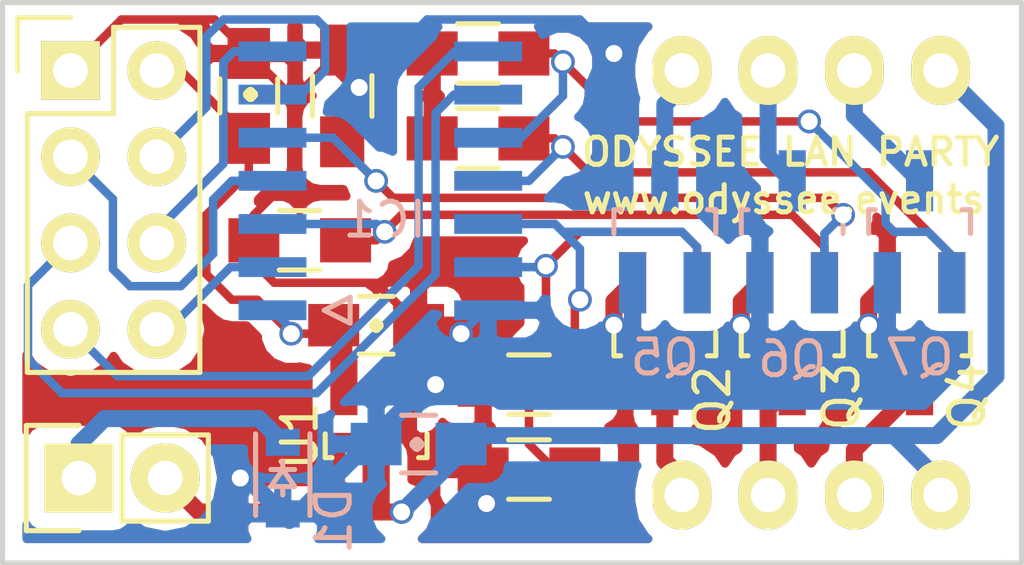
<source format=kicad_pcb>
(kicad_pcb (version 4) (host pcbnew 4.0.1-3.201512140935+6195~38~ubuntu14.04.1-stable)

  (general
    (links 51)
    (no_connects 0)
    (area 108.259999 108.259999 138.410001 124.910001)
    (thickness 1.6)
    (drawings 15)
    (tracks 229)
    (zones 0)
    (modules 23)
    (nets 23)
  )

  (page A4)
  (layers
    (0 F.Cu signal)
    (31 B.Cu signal)
    (32 B.Adhes user hide)
    (33 F.Adhes user hide)
    (34 B.Paste user hide)
    (35 F.Paste user hide)
    (36 B.SilkS user)
    (37 F.SilkS user)
    (38 B.Mask user)
    (39 F.Mask user)
    (40 Dwgs.User user hide)
    (41 Cmts.User user hide)
    (42 Eco1.User user hide)
    (43 Eco2.User user hide)
    (44 Edge.Cuts user)
    (45 Margin user hide)
    (46 B.CrtYd user hide)
    (47 F.CrtYd user hide)
    (48 B.Fab user hide)
    (49 F.Fab user hide)
  )

  (setup
    (last_trace_width 0.25)
    (user_trace_width 0.25)
    (user_trace_width 0.5)
    (trace_clearance 0.2032)
    (zone_clearance 0.508)
    (zone_45_only no)
    (trace_min 0.25)
    (segment_width 0.2)
    (edge_width 0.15)
    (via_size 0.6)
    (via_drill 0.4)
    (via_min_size 0.6)
    (via_min_drill 0.3)
    (user_via 0.7 0.5)
    (uvia_size 0.3)
    (uvia_drill 0.1)
    (uvias_allowed no)
    (uvia_min_size 0)
    (uvia_min_drill 0)
    (pcb_text_width 0.3)
    (pcb_text_size 1.5 1.5)
    (mod_edge_width 0.15)
    (mod_text_size 1 1)
    (mod_text_width 0.15)
    (pad_size 1.524 1.524)
    (pad_drill 0.762)
    (pad_to_mask_clearance 0.2)
    (aux_axis_origin 108.335 108.335)
    (grid_origin 108.335 108.335)
    (visible_elements 7FFFFF7F)
    (pcbplotparams
      (layerselection 0x010f0_80000001)
      (usegerberextensions true)
      (excludeedgelayer true)
      (linewidth 0.100000)
      (plotframeref false)
      (viasonmask false)
      (mode 1)
      (useauxorigin false)
      (hpglpennumber 1)
      (hpglpenspeed 20)
      (hpglpendiameter 15)
      (hpglpenoverlay 2)
      (psnegative false)
      (psa4output false)
      (plotreference true)
      (plotvalue false)
      (plotinvisibletext false)
      (padsonsilk false)
      (subtractmaskfromsilk false)
      (outputformat 1)
      (mirror false)
      (drillshape 0)
      (scaleselection 1)
      (outputdirectory gerbers2/))
  )

  (net 0 "")
  (net 1 +3V3)
  (net 2 GND)
  (net 3 +12V)
  (net 4 /ledR2)
  (net 5 /ledG2)
  (net 6 /ledB2)
  (net 7 /ledB1)
  (net 8 /ledG1)
  (net 9 /ledR1)
  (net 10 /CSN)
  (net 11 /ledR1_out)
  (net 12 /ledG1_out)
  (net 13 /ledB1_out)
  (net 14 /ledR2_out)
  (net 15 /ledG2_out)
  (net 16 /ledB2_out)
  (net 17 /0V)
  (net 18 /IRQ|SCI)
  (net 19 /CE|RESET)
  (net 20 /MOSI|SDI)
  (net 21 /MISO|SII)
  (net 22 /SCK|SDO)

  (net_class Default "This is the default net class."
    (clearance 0.2032)
    (trace_width 0.25)
    (via_dia 0.6)
    (via_drill 0.4)
    (uvia_dia 0.3)
    (uvia_drill 0.1)
    (add_net +3V3)
    (add_net /CE|RESET)
    (add_net /CSN)
    (add_net /IRQ|SCI)
    (add_net /MISO|SII)
    (add_net /MOSI|SDI)
    (add_net /SCK|SDO)
    (add_net /ledB1)
    (add_net /ledB1_out)
    (add_net /ledB2)
    (add_net /ledB2_out)
    (add_net /ledG1)
    (add_net /ledG1_out)
    (add_net /ledG2)
    (add_net /ledG2_out)
    (add_net /ledR1)
    (add_net /ledR1_out)
    (add_net /ledR2)
    (add_net /ledR2_out)
    (add_net GND)
  )

  (net_class Power ""
    (clearance 0.2032)
    (trace_width 0.5)
    (via_dia 0.6)
    (via_drill 0.4)
    (uvia_dia 0.3)
    (uvia_drill 0.1)
    (add_net +12V)
    (add_net /0V)
  )

  (module Capacitors_SMD:C_0805_HandSoldering (layer B.Cu) (tedit 5671D3C8) (tstamp 566AB4D2)
    (at 120.585 121.335 180)
    (descr "Capacitor SMD 0805, hand soldering")
    (tags "capacitor 0805")
    (path /566AB534)
    (attr smd)
    (fp_text reference C3 (at -3 0 270) (layer B.SilkS) hide
      (effects (font (size 1 1) (thickness 0.15)) (justify mirror))
    )
    (fp_text value C (at 0 -2.1 180) (layer B.Fab) hide
      (effects (font (size 1 1) (thickness 0.15)) (justify mirror))
    )
    (fp_line (start -2.3 1) (end 2.3 1) (layer B.CrtYd) (width 0.05))
    (fp_line (start -2.3 -1) (end 2.3 -1) (layer B.CrtYd) (width 0.05))
    (fp_line (start -2.3 1) (end -2.3 -1) (layer B.CrtYd) (width 0.05))
    (fp_line (start 2.3 1) (end 2.3 -1) (layer B.CrtYd) (width 0.05))
    (fp_line (start 0.5 0.85) (end -0.5 0.85) (layer B.SilkS) (width 0.15))
    (fp_line (start -0.5 -0.85) (end 0.5 -0.85) (layer B.SilkS) (width 0.15))
    (pad 1 smd rect (at -1.25 0 180) (size 1.5 1.25) (layers B.Cu B.Paste B.Mask)
      (net 3 +12V))
    (pad 2 smd rect (at 1.25 0 180) (size 1.5 1.25) (layers B.Cu B.Paste B.Mask)
      (net 2 GND))
    (model Capacitors_SMD.3dshapes/C_0805_HandSoldering.wrl
      (at (xyz 0 0 0))
      (scale (xyz 1 1 1))
      (rotate (xyz 0 0 0))
    )
  )

  (module Capacitors_SMD:C_0805_HandSoldering (layer F.Cu) (tedit 5671D2FA) (tstamp 5669B326)
    (at 119.335 117.835)
    (descr "Capacitor SMD 0805, hand soldering")
    (tags "capacitor 0805")
    (path /5669B3C8)
    (attr smd)
    (fp_text reference C2 (at -3 0 90) (layer F.SilkS) hide
      (effects (font (size 1 1) (thickness 0.15)))
    )
    (fp_text value C (at 0 2.1) (layer F.Fab) hide
      (effects (font (size 1 1) (thickness 0.15)))
    )
    (fp_line (start -2.3 -1) (end 2.3 -1) (layer F.CrtYd) (width 0.05))
    (fp_line (start -2.3 1) (end 2.3 1) (layer F.CrtYd) (width 0.05))
    (fp_line (start -2.3 -1) (end -2.3 1) (layer F.CrtYd) (width 0.05))
    (fp_line (start 2.3 -1) (end 2.3 1) (layer F.CrtYd) (width 0.05))
    (fp_line (start 0.5 -0.85) (end -0.5 -0.85) (layer F.SilkS) (width 0.15))
    (fp_line (start -0.5 0.85) (end 0.5 0.85) (layer F.SilkS) (width 0.15))
    (pad 1 smd rect (at -1.25 0) (size 1.5 1.25) (layers F.Cu F.Paste F.Mask)
      (net 1 +3V3))
    (pad 2 smd rect (at 1.25 0) (size 1.5 1.25) (layers F.Cu F.Paste F.Mask)
      (net 2 GND))
    (model Capacitors_SMD.3dshapes/C_0805_HandSoldering.wrl
      (at (xyz 0 0 0))
      (scale (xyz 1 1 1))
      (rotate (xyz 0 0 0))
    )
  )

  (module Pin_Headers:Pin_Header_Straight_1x02 (layer F.Cu) (tedit 566B64C5) (tstamp 5669B351)
    (at 110.585 122.335 90)
    (descr "Through hole pin header")
    (tags "pin header")
    (path /56699A47)
    (fp_text reference P1 (at -3.75 0 180) (layer F.SilkS) hide
      (effects (font (size 1 1) (thickness 0.15)))
    )
    (fp_text value PWR (at 0 -3.1 90) (layer F.Fab) hide
      (effects (font (size 1 1) (thickness 0.15)))
    )
    (fp_line (start 1.27 1.27) (end 1.27 3.81) (layer F.SilkS) (width 0.15))
    (fp_line (start 1.55 -1.55) (end 1.55 0) (layer F.SilkS) (width 0.15))
    (fp_line (start -1.75 -1.75) (end -1.75 4.3) (layer F.CrtYd) (width 0.05))
    (fp_line (start 1.75 -1.75) (end 1.75 4.3) (layer F.CrtYd) (width 0.05))
    (fp_line (start -1.75 -1.75) (end 1.75 -1.75) (layer F.CrtYd) (width 0.05))
    (fp_line (start -1.75 4.3) (end 1.75 4.3) (layer F.CrtYd) (width 0.05))
    (fp_line (start 1.27 1.27) (end -1.27 1.27) (layer F.SilkS) (width 0.15))
    (fp_line (start -1.55 0) (end -1.55 -1.55) (layer F.SilkS) (width 0.15))
    (fp_line (start -1.55 -1.55) (end 1.55 -1.55) (layer F.SilkS) (width 0.15))
    (fp_line (start -1.27 1.27) (end -1.27 3.81) (layer F.SilkS) (width 0.15))
    (fp_line (start -1.27 3.81) (end 1.27 3.81) (layer F.SilkS) (width 0.15))
    (pad 1 thru_hole rect (at 0 0 90) (size 2.032 2.032) (drill 1.016) (layers *.Cu *.Mask F.SilkS)
      (net 17 /0V))
    (pad 2 thru_hole oval (at 0 2.54 90) (size 2.032 2.032) (drill 1.016) (layers *.Cu *.Mask F.SilkS)
      (net 3 +12V))
    (model Pin_Headers.3dshapes/Pin_Header_Straight_1x02.wrl
      (at (xyz 0 -0.05 0))
      (scale (xyz 1 1 1))
      (rotate (xyz 0 0 90))
    )
  )

  (module Pin_Headers:Pin_Header_Straight_2x04 (layer F.Cu) (tedit 566B64C0) (tstamp 5669B35D)
    (at 110.335 110.335)
    (descr "Through hole pin header")
    (tags "pin header")
    (path /56698FB3)
    (fp_text reference P2 (at 0 -3.25) (layer F.SilkS) hide
      (effects (font (size 1 1) (thickness 0.15)))
    )
    (fp_text value RFMODULE (at 0 -3.1) (layer F.Fab) hide
      (effects (font (size 1 1) (thickness 0.15)))
    )
    (fp_line (start -1.75 -1.75) (end -1.75 9.4) (layer F.CrtYd) (width 0.05))
    (fp_line (start 4.3 -1.75) (end 4.3 9.4) (layer F.CrtYd) (width 0.05))
    (fp_line (start -1.75 -1.75) (end 4.3 -1.75) (layer F.CrtYd) (width 0.05))
    (fp_line (start -1.75 9.4) (end 4.3 9.4) (layer F.CrtYd) (width 0.05))
    (fp_line (start -1.27 1.27) (end -1.27 8.89) (layer F.SilkS) (width 0.15))
    (fp_line (start -1.27 8.89) (end 3.81 8.89) (layer F.SilkS) (width 0.15))
    (fp_line (start 3.81 8.89) (end 3.81 -1.27) (layer F.SilkS) (width 0.15))
    (fp_line (start 3.81 -1.27) (end 1.27 -1.27) (layer F.SilkS) (width 0.15))
    (fp_line (start 0 -1.55) (end -1.55 -1.55) (layer F.SilkS) (width 0.15))
    (fp_line (start 1.27 -1.27) (end 1.27 1.27) (layer F.SilkS) (width 0.15))
    (fp_line (start 1.27 1.27) (end -1.27 1.27) (layer F.SilkS) (width 0.15))
    (fp_line (start -1.55 -1.55) (end -1.55 0) (layer F.SilkS) (width 0.15))
    (pad 1 thru_hole rect (at 0 0) (size 1.7272 1.7272) (drill 1.016) (layers *.Cu *.Mask F.SilkS)
      (net 2 GND))
    (pad 2 thru_hole oval (at 2.54 0) (size 1.7272 1.7272) (drill 1.016) (layers *.Cu *.Mask F.SilkS)
      (net 1 +3V3))
    (pad 3 thru_hole oval (at 0 2.54) (size 1.7272 1.7272) (drill 1.016) (layers *.Cu *.Mask F.SilkS)
      (net 19 /CE|RESET))
    (pad 4 thru_hole oval (at 2.54 2.54) (size 1.7272 1.7272) (drill 1.016) (layers *.Cu *.Mask F.SilkS)
      (net 10 /CSN))
    (pad 5 thru_hole oval (at 0 5.08) (size 1.7272 1.7272) (drill 1.016) (layers *.Cu *.Mask F.SilkS)
      (net 22 /SCK|SDO))
    (pad 6 thru_hole oval (at 2.54 5.08) (size 1.7272 1.7272) (drill 1.016) (layers *.Cu *.Mask F.SilkS)
      (net 20 /MOSI|SDI))
    (pad 7 thru_hole oval (at 0 7.62) (size 1.7272 1.7272) (drill 1.016) (layers *.Cu *.Mask F.SilkS)
      (net 21 /MISO|SII))
    (pad 8 thru_hole oval (at 2.54 7.62) (size 1.7272 1.7272) (drill 1.016) (layers *.Cu *.Mask F.SilkS)
      (net 18 /IRQ|SCI))
    (model Pin_Headers.3dshapes/Pin_Header_Straight_2x04.wrl
      (at (xyz 0.05 -0.15 0))
      (scale (xyz 1 1 1))
      (rotate (xyz 0 0 90))
    )
  )

  (module LRK:Pin_Header_Straight_1x04 (layer F.Cu) (tedit 566B64B2) (tstamp 5669B9D4)
    (at 128.335 122.835 90)
    (descr "Through hole pin header")
    (tags "pin header")
    (path /56699111)
    (fp_text reference P3 (at 3.25 0 180) (layer F.SilkS) hide
      (effects (font (size 1 1) (thickness 0.15)))
    )
    (fp_text value LEDS (at 0 -3.1 90) (layer F.Fab) hide
      (effects (font (size 1 1) (thickness 0.15)))
    )
    (fp_line (start -1.75 -1.75) (end -1.75 9.4) (layer F.CrtYd) (width 0.05))
    (fp_line (start 1.75 -1.75) (end 1.75 9.4) (layer F.CrtYd) (width 0.05))
    (fp_line (start -1.75 -1.75) (end 1.75 -1.75) (layer F.CrtYd) (width 0.05))
    (fp_line (start -1.75 9.4) (end 1.75 9.4) (layer F.CrtYd) (width 0.05))
    (pad 1 thru_hole oval (at 0 0 90) (size 2.032 1.7272) (drill 1.016) (layers *.Cu *.Mask F.SilkS)
      (net 11 /ledR1_out))
    (pad 2 thru_hole oval (at 0 2.54 90) (size 2.032 1.7272) (drill 1.016) (layers *.Cu *.Mask F.SilkS)
      (net 12 /ledG1_out))
    (pad 3 thru_hole oval (at 0 5.08 90) (size 2.032 1.7272) (drill 1.016) (layers *.Cu *.Mask F.SilkS)
      (net 13 /ledB1_out))
    (pad 4 thru_hole oval (at 0 7.62 90) (size 2.032 1.7272) (drill 1.016) (layers *.Cu *.Mask F.SilkS)
      (net 3 +12V))
    (model Pin_Headers.3dshapes/Pin_Header_Straight_1x04.wrl
      (at (xyz 0 -0.15 0))
      (scale (xyz 1 1 1))
      (rotate (xyz 0 0 90))
    )
  )

  (module LRK:Pin_Header_Straight_1x04 (layer F.Cu) (tedit 566B649A) (tstamp 5669B9DB)
    (at 128.335 110.335 90)
    (descr "Through hole pin header")
    (tags "pin header")
    (path /56699056)
    (fp_text reference P4 (at -3.75 0 180) (layer F.SilkS) hide
      (effects (font (size 1 1) (thickness 0.15)))
    )
    (fp_text value LEDS (at 0 -3.1 90) (layer F.Fab) hide
      (effects (font (size 1 1) (thickness 0.15)))
    )
    (fp_line (start -1.75 -1.75) (end -1.75 9.4) (layer F.CrtYd) (width 0.05))
    (fp_line (start 1.75 -1.75) (end 1.75 9.4) (layer F.CrtYd) (width 0.05))
    (fp_line (start -1.75 -1.75) (end 1.75 -1.75) (layer F.CrtYd) (width 0.05))
    (fp_line (start -1.75 9.4) (end 1.75 9.4) (layer F.CrtYd) (width 0.05))
    (pad 1 thru_hole oval (at 0 0 90) (size 2.032 1.7272) (drill 1.016) (layers *.Cu *.Mask F.SilkS)
      (net 14 /ledR2_out))
    (pad 2 thru_hole oval (at 0 2.54 90) (size 2.032 1.7272) (drill 1.016) (layers *.Cu *.Mask F.SilkS)
      (net 15 /ledG2_out))
    (pad 3 thru_hole oval (at 0 5.08 90) (size 2.032 1.7272) (drill 1.016) (layers *.Cu *.Mask F.SilkS)
      (net 16 /ledB2_out))
    (pad 4 thru_hole oval (at 0 7.62 90) (size 2.032 1.7272) (drill 1.016) (layers *.Cu *.Mask F.SilkS)
      (net 3 +12V))
    (model Pin_Headers.3dshapes/Pin_Header_Straight_1x04.wrl
      (at (xyz 0 -0.15 0))
      (scale (xyz 1 1 1))
      (rotate (xyz 0 0 90))
    )
  )

  (module TO_SOT_Packages_SMD:SOT-23_Handsoldering (layer F.Cu) (tedit 5671D1EA) (tstamp 566AB4D9)
    (at 127.835 118.085 180)
    (descr "SOT-23, Handsoldering")
    (tags SOT-23)
    (path /566A1CF8)
    (attr smd)
    (fp_text reference Q2 (at -1.4 -1.95 270) (layer F.SilkS)
      (effects (font (size 1 1) (thickness 0.15)))
    )
    (fp_text value IRLML2402 (at 0 3.81 180) (layer F.Fab) hide
      (effects (font (size 1 1) (thickness 0.15)))
    )
    (fp_line (start -1.49982 0.0508) (end -1.49982 -0.65024) (layer F.SilkS) (width 0.15))
    (fp_line (start -1.49982 -0.65024) (end -1.2509 -0.65024) (layer F.SilkS) (width 0.15))
    (fp_line (start 1.29916 -0.65024) (end 1.49982 -0.65024) (layer F.SilkS) (width 0.15))
    (fp_line (start 1.49982 -0.65024) (end 1.49982 0.0508) (layer F.SilkS) (width 0.15))
    (pad 1 smd rect (at -0.95 1.50114 180) (size 0.8001 1.80086) (layers F.Cu F.Paste F.Mask)
      (net 9 /ledR1))
    (pad 2 smd rect (at 0.95 1.50114 180) (size 0.8001 1.80086) (layers F.Cu F.Paste F.Mask)
      (net 2 GND))
    (pad 3 smd rect (at 0 -1.50114 180) (size 0.8001 1.80086) (layers F.Cu F.Paste F.Mask)
      (net 11 /ledR1_out))
    (model TO_SOT_Packages_SMD.3dshapes/SOT-23_Handsoldering.wrl
      (at (xyz 0 0 0))
      (scale (xyz 1 1 1))
      (rotate (xyz 0 0 0))
    )
  )

  (module TO_SOT_Packages_SMD:SOT-23_Handsoldering (layer F.Cu) (tedit 5671D1E1) (tstamp 566AB4DF)
    (at 131.585 118.085 180)
    (descr "SOT-23, Handsoldering")
    (tags SOT-23)
    (path /566A1C90)
    (attr smd)
    (fp_text reference Q3 (at -1.45 -1.85 270) (layer F.SilkS)
      (effects (font (size 1 1) (thickness 0.15)))
    )
    (fp_text value IRLML2402 (at 0 3.81 180) (layer F.Fab) hide
      (effects (font (size 1 1) (thickness 0.15)))
    )
    (fp_line (start -1.49982 0.0508) (end -1.49982 -0.65024) (layer F.SilkS) (width 0.15))
    (fp_line (start -1.49982 -0.65024) (end -1.2509 -0.65024) (layer F.SilkS) (width 0.15))
    (fp_line (start 1.29916 -0.65024) (end 1.49982 -0.65024) (layer F.SilkS) (width 0.15))
    (fp_line (start 1.49982 -0.65024) (end 1.49982 0.0508) (layer F.SilkS) (width 0.15))
    (pad 1 smd rect (at -0.95 1.50114 180) (size 0.8001 1.80086) (layers F.Cu F.Paste F.Mask)
      (net 8 /ledG1))
    (pad 2 smd rect (at 0.95 1.50114 180) (size 0.8001 1.80086) (layers F.Cu F.Paste F.Mask)
      (net 2 GND))
    (pad 3 smd rect (at 0 -1.50114 180) (size 0.8001 1.80086) (layers F.Cu F.Paste F.Mask)
      (net 12 /ledG1_out))
    (model TO_SOT_Packages_SMD.3dshapes/SOT-23_Handsoldering.wrl
      (at (xyz 0 0 0))
      (scale (xyz 1 1 1))
      (rotate (xyz 0 0 0))
    )
  )

  (module TO_SOT_Packages_SMD:SOT-23_Handsoldering (layer F.Cu) (tedit 5671D1D8) (tstamp 566AB4E5)
    (at 135.335 118.085 180)
    (descr "SOT-23, Handsoldering")
    (tags SOT-23)
    (path /566A1C2F)
    (attr smd)
    (fp_text reference Q4 (at -1.4 -1.85 270) (layer F.SilkS)
      (effects (font (size 1 1) (thickness 0.15)))
    )
    (fp_text value IRLML2402 (at 0 3.81 180) (layer F.Fab) hide
      (effects (font (size 1 1) (thickness 0.15)))
    )
    (fp_line (start -1.49982 0.0508) (end -1.49982 -0.65024) (layer F.SilkS) (width 0.15))
    (fp_line (start -1.49982 -0.65024) (end -1.2509 -0.65024) (layer F.SilkS) (width 0.15))
    (fp_line (start 1.29916 -0.65024) (end 1.49982 -0.65024) (layer F.SilkS) (width 0.15))
    (fp_line (start 1.49982 -0.65024) (end 1.49982 0.0508) (layer F.SilkS) (width 0.15))
    (pad 1 smd rect (at -0.95 1.50114 180) (size 0.8001 1.80086) (layers F.Cu F.Paste F.Mask)
      (net 7 /ledB1))
    (pad 2 smd rect (at 0.95 1.50114 180) (size 0.8001 1.80086) (layers F.Cu F.Paste F.Mask)
      (net 2 GND))
    (pad 3 smd rect (at 0 -1.50114 180) (size 0.8001 1.80086) (layers F.Cu F.Paste F.Mask)
      (net 13 /ledB1_out))
    (model TO_SOT_Packages_SMD.3dshapes/SOT-23_Handsoldering.wrl
      (at (xyz 0 0 0))
      (scale (xyz 1 1 1))
      (rotate (xyz 0 0 0))
    )
  )

  (module TO_SOT_Packages_SMD:SOT-23_Handsoldering (layer B.Cu) (tedit 566B64B9) (tstamp 566AB4EB)
    (at 127.835 115.085 180)
    (descr "SOT-23, Handsoldering")
    (tags SOT-23)
    (path /566A1BD5)
    (attr smd)
    (fp_text reference Q5 (at 0 -3.7 180) (layer B.SilkS)
      (effects (font (size 1 1) (thickness 0.15)) (justify mirror))
    )
    (fp_text value IRLML2402 (at 0 -3.81 180) (layer B.Fab) hide
      (effects (font (size 1 1) (thickness 0.15)) (justify mirror))
    )
    (fp_line (start -1.49982 -0.0508) (end -1.49982 0.65024) (layer B.SilkS) (width 0.15))
    (fp_line (start -1.49982 0.65024) (end -1.2509 0.65024) (layer B.SilkS) (width 0.15))
    (fp_line (start 1.29916 0.65024) (end 1.49982 0.65024) (layer B.SilkS) (width 0.15))
    (fp_line (start 1.49982 0.65024) (end 1.49982 -0.0508) (layer B.SilkS) (width 0.15))
    (pad 1 smd rect (at -0.95 -1.50114 180) (size 0.8001 1.80086) (layers B.Cu B.Paste B.Mask)
      (net 4 /ledR2))
    (pad 2 smd rect (at 0.95 -1.50114 180) (size 0.8001 1.80086) (layers B.Cu B.Paste B.Mask)
      (net 2 GND))
    (pad 3 smd rect (at 0 1.50114 180) (size 0.8001 1.80086) (layers B.Cu B.Paste B.Mask)
      (net 14 /ledR2_out))
    (model TO_SOT_Packages_SMD.3dshapes/SOT-23_Handsoldering.wrl
      (at (xyz 0 0 0))
      (scale (xyz 1 1 1))
      (rotate (xyz 0 0 0))
    )
  )

  (module TO_SOT_Packages_SMD:SOT-23_Handsoldering (layer B.Cu) (tedit 56708D67) (tstamp 566AB4F1)
    (at 131.585 115.085 180)
    (descr "SOT-23, Handsoldering")
    (tags SOT-23)
    (path /566A1B80)
    (attr smd)
    (fp_text reference Q6 (at 0 -3.75 180) (layer B.SilkS)
      (effects (font (size 1 1) (thickness 0.15)) (justify mirror))
    )
    (fp_text value IRLML2402 (at 0 -3.81 180) (layer B.Fab) hide
      (effects (font (size 1 1) (thickness 0.15)) (justify mirror))
    )
    (fp_line (start -1.49982 -0.0508) (end -1.49982 0.65024) (layer B.SilkS) (width 0.15))
    (fp_line (start -1.49982 0.65024) (end -1.2509 0.65024) (layer B.SilkS) (width 0.15))
    (fp_line (start 1.29916 0.65024) (end 1.49982 0.65024) (layer B.SilkS) (width 0.15))
    (fp_line (start 1.49982 0.65024) (end 1.49982 -0.0508) (layer B.SilkS) (width 0.15))
    (pad 1 smd rect (at -0.95 -1.50114 180) (size 0.8001 1.80086) (layers B.Cu B.Paste B.Mask)
      (net 5 /ledG2))
    (pad 2 smd rect (at 0.95 -1.50114 180) (size 0.8001 1.80086) (layers B.Cu B.Paste B.Mask)
      (net 2 GND))
    (pad 3 smd rect (at 0 1.50114 180) (size 0.8001 1.80086) (layers B.Cu B.Paste B.Mask)
      (net 15 /ledG2_out))
    (model TO_SOT_Packages_SMD.3dshapes/SOT-23_Handsoldering.wrl
      (at (xyz 0 0 0))
      (scale (xyz 1 1 1))
      (rotate (xyz 0 0 0))
    )
  )

  (module TO_SOT_Packages_SMD:SOT-23_Handsoldering (layer B.Cu) (tedit 566B650C) (tstamp 566AB4F7)
    (at 135.335 115.085 180)
    (descr "SOT-23, Handsoldering")
    (tags SOT-23)
    (path /566A1AD9)
    (attr smd)
    (fp_text reference Q7 (at 0 -3.7 180) (layer B.SilkS)
      (effects (font (size 1 1) (thickness 0.15)) (justify mirror))
    )
    (fp_text value IRLML2402 (at 0 -3.81 180) (layer B.Fab) hide
      (effects (font (size 1 1) (thickness 0.15)) (justify mirror))
    )
    (fp_line (start -1.49982 -0.0508) (end -1.49982 0.65024) (layer B.SilkS) (width 0.15))
    (fp_line (start -1.49982 0.65024) (end -1.2509 0.65024) (layer B.SilkS) (width 0.15))
    (fp_line (start 1.29916 0.65024) (end 1.49982 0.65024) (layer B.SilkS) (width 0.15))
    (fp_line (start 1.49982 0.65024) (end 1.49982 -0.0508) (layer B.SilkS) (width 0.15))
    (pad 1 smd rect (at -0.95 -1.50114 180) (size 0.8001 1.80086) (layers B.Cu B.Paste B.Mask)
      (net 6 /ledB2))
    (pad 2 smd rect (at 0.95 -1.50114 180) (size 0.8001 1.80086) (layers B.Cu B.Paste B.Mask)
      (net 2 GND))
    (pad 3 smd rect (at 0 1.50114 180) (size 0.8001 1.80086) (layers B.Cu B.Paste B.Mask)
      (net 16 /ledB2_out))
    (model TO_SOT_Packages_SMD.3dshapes/SOT-23_Handsoldering.wrl
      (at (xyz 0 0 0))
      (scale (xyz 1 1 1))
      (rotate (xyz 0 0 0))
    )
  )

  (module TO_SOT_Packages_SMD:SOT-23_Handsoldering (layer F.Cu) (tedit 56708C9D) (tstamp 566AB4FD)
    (at 119.335 121.085 180)
    (descr "SOT-23, Handsoldering")
    (tags SOT-23)
    (path /566AB38B)
    (attr smd)
    (fp_text reference U1 (at 2.25 0 450) (layer F.SilkS)
      (effects (font (size 1 1) (thickness 0.15)))
    )
    (fp_text value AP2210 (at 0 3.81 180) (layer F.Fab) hide
      (effects (font (size 1 1) (thickness 0.15)))
    )
    (fp_line (start -1.49982 0.0508) (end -1.49982 -0.65024) (layer F.SilkS) (width 0.15))
    (fp_line (start -1.49982 -0.65024) (end -1.2509 -0.65024) (layer F.SilkS) (width 0.15))
    (fp_line (start 1.29916 -0.65024) (end 1.49982 -0.65024) (layer F.SilkS) (width 0.15))
    (fp_line (start 1.49982 -0.65024) (end 1.49982 0.0508) (layer F.SilkS) (width 0.15))
    (pad 1 smd rect (at -0.95 1.50114 180) (size 0.8001 1.80086) (layers F.Cu F.Paste F.Mask)
      (net 2 GND))
    (pad 2 smd rect (at 0.95 1.50114 180) (size 0.8001 1.80086) (layers F.Cu F.Paste F.Mask)
      (net 1 +3V3))
    (pad 3 smd rect (at 0 -1.50114 180) (size 0.8001 1.80086) (layers F.Cu F.Paste F.Mask)
      (net 3 +12V))
    (model TO_SOT_Packages_SMD.3dshapes/SOT-23_Handsoldering.wrl
      (at (xyz 0 0 0))
      (scale (xyz 1 1 1))
      (rotate (xyz 0 0 0))
    )
  )

  (module Capacitors_SMD:C_0805_HandSoldering (layer F.Cu) (tedit 56708D3B) (tstamp 566AE27C)
    (at 115.585 111.085 270)
    (descr "Capacitor SMD 0805, hand soldering")
    (tags "capacitor 0805")
    (path /566AE2B3)
    (attr smd)
    (fp_text reference C4 (at -3.5 0 360) (layer F.SilkS) hide
      (effects (font (size 1 1) (thickness 0.15)))
    )
    (fp_text value C (at 0 2.1 270) (layer F.Fab) hide
      (effects (font (size 1 1) (thickness 0.15)))
    )
    (fp_line (start -2.3 -1) (end 2.3 -1) (layer F.CrtYd) (width 0.05))
    (fp_line (start -2.3 1) (end 2.3 1) (layer F.CrtYd) (width 0.05))
    (fp_line (start -2.3 -1) (end -2.3 1) (layer F.CrtYd) (width 0.05))
    (fp_line (start 2.3 -1) (end 2.3 1) (layer F.CrtYd) (width 0.05))
    (fp_line (start 0.5 -0.85) (end -0.5 -0.85) (layer F.SilkS) (width 0.15))
    (fp_line (start -0.5 0.85) (end 0.5 0.85) (layer F.SilkS) (width 0.15))
    (pad 1 smd rect (at -1.25 0 270) (size 1.5 1.25) (layers F.Cu F.Paste F.Mask)
      (net 2 GND))
    (pad 2 smd rect (at 1.25 0 270) (size 1.5 1.25) (layers F.Cu F.Paste F.Mask)
      (net 1 +3V3))
    (model Capacitors_SMD.3dshapes/C_0805_HandSoldering.wrl
      (at (xyz 0 0 0))
      (scale (xyz 1 1 1))
      (rotate (xyz 0 0 0))
    )
  )

  (module Resistors_SMD:R_0805_HandSoldering (layer F.Cu) (tedit 5671D304) (tstamp 566EA0ED)
    (at 123.835 122.085 180)
    (descr "Resistor SMD 0805, hand soldering")
    (tags "resistor 0805")
    (path /566EA3FD)
    (attr smd)
    (fp_text reference R3 (at 0 -1.75 180) (layer F.SilkS) hide
      (effects (font (size 1 1) (thickness 0.15)))
    )
    (fp_text value R (at 0 2.1 180) (layer F.Fab) hide
      (effects (font (size 1 1) (thickness 0.15)))
    )
    (fp_line (start -2.4 -1) (end 2.4 -1) (layer F.CrtYd) (width 0.05))
    (fp_line (start -2.4 1) (end 2.4 1) (layer F.CrtYd) (width 0.05))
    (fp_line (start -2.4 -1) (end -2.4 1) (layer F.CrtYd) (width 0.05))
    (fp_line (start 2.4 -1) (end 2.4 1) (layer F.CrtYd) (width 0.05))
    (fp_line (start 0.6 0.875) (end -0.6 0.875) (layer F.SilkS) (width 0.15))
    (fp_line (start -0.6 -0.875) (end 0.6 -0.875) (layer F.SilkS) (width 0.15))
    (pad 1 smd rect (at -1.35 0 180) (size 1.5 1.3) (layers F.Cu F.Paste F.Mask)
      (net 9 /ledR1))
    (pad 2 smd rect (at 1.35 0 180) (size 1.5 1.3) (layers F.Cu F.Paste F.Mask)
      (net 2 GND))
    (model Resistors_SMD.3dshapes/R_0805_HandSoldering.wrl
      (at (xyz 0 0 0))
      (scale (xyz 1 1 1))
      (rotate (xyz 0 0 0))
    )
  )

  (module Resistors_SMD:R_0805_HandSoldering (layer F.Cu) (tedit 5671D2F1) (tstamp 566EA0F3)
    (at 117.085 115.335 180)
    (descr "Resistor SMD 0805, hand soldering")
    (tags "resistor 0805")
    (path /566EA55B)
    (attr smd)
    (fp_text reference R4 (at -3.25 0 270) (layer F.SilkS) hide
      (effects (font (size 1 1) (thickness 0.15)))
    )
    (fp_text value R (at 0 2.1 180) (layer F.Fab) hide
      (effects (font (size 1 1) (thickness 0.15)))
    )
    (fp_line (start -2.4 -1) (end 2.4 -1) (layer F.CrtYd) (width 0.05))
    (fp_line (start -2.4 1) (end 2.4 1) (layer F.CrtYd) (width 0.05))
    (fp_line (start -2.4 -1) (end -2.4 1) (layer F.CrtYd) (width 0.05))
    (fp_line (start 2.4 -1) (end 2.4 1) (layer F.CrtYd) (width 0.05))
    (fp_line (start 0.6 0.875) (end -0.6 0.875) (layer F.SilkS) (width 0.15))
    (fp_line (start -0.6 -0.875) (end 0.6 -0.875) (layer F.SilkS) (width 0.15))
    (pad 1 smd rect (at -1.35 0 180) (size 1.5 1.3) (layers F.Cu F.Paste F.Mask)
      (net 8 /ledG1))
    (pad 2 smd rect (at 1.35 0 180) (size 1.5 1.3) (layers F.Cu F.Paste F.Mask)
      (net 2 GND))
    (model Resistors_SMD.3dshapes/R_0805_HandSoldering.wrl
      (at (xyz 0 0 0))
      (scale (xyz 1 1 1))
      (rotate (xyz 0 0 0))
    )
  )

  (module Resistors_SMD:R_0805_HandSoldering (layer F.Cu) (tedit 5671D2C1) (tstamp 566EA0F9)
    (at 122.335 112.335 180)
    (descr "Resistor SMD 0805, hand soldering")
    (tags "resistor 0805")
    (path /566EA65A)
    (attr smd)
    (fp_text reference R5 (at -3.2 1 270) (layer F.SilkS) hide
      (effects (font (size 1 1) (thickness 0.15)))
    )
    (fp_text value R (at 0 2.1 180) (layer F.Fab) hide
      (effects (font (size 1 1) (thickness 0.15)))
    )
    (fp_line (start -2.4 -1) (end 2.4 -1) (layer F.CrtYd) (width 0.05))
    (fp_line (start -2.4 1) (end 2.4 1) (layer F.CrtYd) (width 0.05))
    (fp_line (start -2.4 -1) (end -2.4 1) (layer F.CrtYd) (width 0.05))
    (fp_line (start 2.4 -1) (end 2.4 1) (layer F.CrtYd) (width 0.05))
    (fp_line (start 0.6 0.875) (end -0.6 0.875) (layer F.SilkS) (width 0.15))
    (fp_line (start -0.6 -0.875) (end 0.6 -0.875) (layer F.SilkS) (width 0.15))
    (pad 1 smd rect (at -1.35 0 180) (size 1.5 1.3) (layers F.Cu F.Paste F.Mask)
      (net 7 /ledB1))
    (pad 2 smd rect (at 1.35 0 180) (size 1.5 1.3) (layers F.Cu F.Paste F.Mask)
      (net 2 GND))
    (model Resistors_SMD.3dshapes/R_0805_HandSoldering.wrl
      (at (xyz 0 0 0))
      (scale (xyz 1 1 1))
      (rotate (xyz 0 0 0))
    )
  )

  (module Resistors_SMD:R_0805_HandSoldering (layer F.Cu) (tedit 5671D300) (tstamp 566EA0FF)
    (at 123.835 119.585 180)
    (descr "Resistor SMD 0805, hand soldering")
    (tags "resistor 0805")
    (path /566EA75B)
    (attr smd)
    (fp_text reference R6 (at 0 1.75 180) (layer F.SilkS) hide
      (effects (font (size 1 1) (thickness 0.15)))
    )
    (fp_text value R (at 0 2.1 180) (layer F.Fab) hide
      (effects (font (size 1 1) (thickness 0.15)))
    )
    (fp_line (start -2.4 -1) (end 2.4 -1) (layer F.CrtYd) (width 0.05))
    (fp_line (start -2.4 1) (end 2.4 1) (layer F.CrtYd) (width 0.05))
    (fp_line (start -2.4 -1) (end -2.4 1) (layer F.CrtYd) (width 0.05))
    (fp_line (start 2.4 -1) (end 2.4 1) (layer F.CrtYd) (width 0.05))
    (fp_line (start 0.6 0.875) (end -0.6 0.875) (layer F.SilkS) (width 0.15))
    (fp_line (start -0.6 -0.875) (end 0.6 -0.875) (layer F.SilkS) (width 0.15))
    (pad 1 smd rect (at -1.35 0 180) (size 1.5 1.3) (layers F.Cu F.Paste F.Mask)
      (net 4 /ledR2))
    (pad 2 smd rect (at 1.35 0 180) (size 1.5 1.3) (layers F.Cu F.Paste F.Mask)
      (net 2 GND))
    (model Resistors_SMD.3dshapes/R_0805_HandSoldering.wrl
      (at (xyz 0 0 0))
      (scale (xyz 1 1 1))
      (rotate (xyz 0 0 0))
    )
  )

  (module Resistors_SMD:R_0805_HandSoldering (layer F.Cu) (tedit 56708D36) (tstamp 566EA105)
    (at 118.335 111.085 90)
    (descr "Resistor SMD 0805, hand soldering")
    (tags "resistor 0805")
    (path /566EA6C6)
    (attr smd)
    (fp_text reference R7 (at 3.5 0 180) (layer F.SilkS) hide
      (effects (font (size 1 1) (thickness 0.15)))
    )
    (fp_text value R (at 0 2.1 90) (layer F.Fab) hide
      (effects (font (size 1 1) (thickness 0.15)))
    )
    (fp_line (start -2.4 -1) (end 2.4 -1) (layer F.CrtYd) (width 0.05))
    (fp_line (start -2.4 1) (end 2.4 1) (layer F.CrtYd) (width 0.05))
    (fp_line (start -2.4 -1) (end -2.4 1) (layer F.CrtYd) (width 0.05))
    (fp_line (start 2.4 -1) (end 2.4 1) (layer F.CrtYd) (width 0.05))
    (fp_line (start 0.6 0.875) (end -0.6 0.875) (layer F.SilkS) (width 0.15))
    (fp_line (start -0.6 -0.875) (end 0.6 -0.875) (layer F.SilkS) (width 0.15))
    (pad 1 smd rect (at -1.35 0 90) (size 1.5 1.3) (layers F.Cu F.Paste F.Mask)
      (net 5 /ledG2))
    (pad 2 smd rect (at 1.35 0 90) (size 1.5 1.3) (layers F.Cu F.Paste F.Mask)
      (net 2 GND))
    (model Resistors_SMD.3dshapes/R_0805_HandSoldering.wrl
      (at (xyz 0 0 0))
      (scale (xyz 1 1 1))
      (rotate (xyz 0 0 0))
    )
  )

  (module Resistors_SMD:R_0805_HandSoldering (layer F.Cu) (tedit 5671D2BA) (tstamp 566EA10B)
    (at 122.335 109.835 180)
    (descr "Resistor SMD 0805, hand soldering")
    (tags "resistor 0805")
    (path /566EA7D3)
    (attr smd)
    (fp_text reference R8 (at -3.2 0.4 270) (layer F.SilkS) hide
      (effects (font (size 1 1) (thickness 0.15)))
    )
    (fp_text value R (at 0 2.1 180) (layer F.Fab) hide
      (effects (font (size 1 1) (thickness 0.15)))
    )
    (fp_line (start -2.4 -1) (end 2.4 -1) (layer F.CrtYd) (width 0.05))
    (fp_line (start -2.4 1) (end 2.4 1) (layer F.CrtYd) (width 0.05))
    (fp_line (start -2.4 -1) (end -2.4 1) (layer F.CrtYd) (width 0.05))
    (fp_line (start 2.4 -1) (end 2.4 1) (layer F.CrtYd) (width 0.05))
    (fp_line (start 0.6 0.875) (end -0.6 0.875) (layer F.SilkS) (width 0.15))
    (fp_line (start -0.6 -0.875) (end 0.6 -0.875) (layer F.SilkS) (width 0.15))
    (pad 1 smd rect (at -1.35 0 180) (size 1.5 1.3) (layers F.Cu F.Paste F.Mask)
      (net 6 /ledB2))
    (pad 2 smd rect (at 1.35 0 180) (size 1.5 1.3) (layers F.Cu F.Paste F.Mask)
      (net 2 GND))
    (model Resistors_SMD.3dshapes/R_0805_HandSoldering.wrl
      (at (xyz 0 0 0))
      (scale (xyz 1 1 1))
      (rotate (xyz 0 0 0))
    )
  )

  (module LRK:SOD-323_hand (layer B.Cu) (tedit 56708D8B) (tstamp 566ECB6D)
    (at 116.585 122.335 270)
    (descr SOD-323)
    (tags SOD-323)
    (path /566ED81C)
    (attr smd)
    (fp_text reference D1 (at 1.25 -1.5 270) (layer B.SilkS)
      (effects (font (size 1 1) (thickness 0.15)) (justify mirror))
    )
    (fp_text value CUS15S30 (at 0.1 -1.9 270) (layer B.Fab) hide
      (effects (font (size 1 1) (thickness 0.15)) (justify mirror))
    )
    (fp_line (start 0.25 0) (end 0.5 0) (layer B.SilkS) (width 0.15))
    (fp_line (start -0.25 0) (end -0.5 0) (layer B.SilkS) (width 0.15))
    (fp_line (start -0.25 0) (end 0.25 0.35) (layer B.SilkS) (width 0.15))
    (fp_line (start 0.25 0.35) (end 0.25 -0.35) (layer B.SilkS) (width 0.15))
    (fp_line (start 0.25 -0.35) (end -0.25 0) (layer B.SilkS) (width 0.15))
    (fp_line (start -0.25 0.35) (end -0.25 -0.35) (layer B.SilkS) (width 0.15))
    (fp_line (start -1.5 0.95) (end 1.5 0.95) (layer B.CrtYd) (width 0.05))
    (fp_line (start 1.754 0.95) (end 1.754 -0.95) (layer B.CrtYd) (width 0.05))
    (fp_line (start -1.5 -0.95) (end 1.5 -0.95) (layer B.CrtYd) (width 0.05))
    (fp_line (start -1.754 0.95) (end -1.754 -0.95) (layer B.CrtYd) (width 0.05))
    (fp_line (start -1.3 -0.8) (end 1.1 -0.8) (layer B.SilkS) (width 0.15))
    (fp_line (start -1.3 0.8) (end 1.1 0.8) (layer B.SilkS) (width 0.15))
    (pad 1 smd rect (at -1.055 0 270) (size 0.8 1) (layers B.Cu B.Paste B.Mask)
      (net 17 /0V))
    (pad 2 smd rect (at 1.055 0 270) (size 0.8 1) (layers B.Cu B.Paste B.Mask)
      (net 2 GND))
  )

  (module LRK:SOIC-14_hand (layer B.Cu) (tedit 5671BD2B) (tstamp 566ABD58)
    (at 119.585 113.585 90)
    (descr "Module CMS SOJ 14 pins Large")
    (tags "CMS SOJ")
    (path /56697127)
    (attr smd)
    (fp_text reference IC1 (at -1.143 0 180) (layer B.SilkS)
      (effects (font (size 1 1) (thickness 0.15)) (justify mirror))
    )
    (fp_text value ATTINY24A-SS (at 0.254 0.889 90) (layer B.Fab) hide
      (effects (font (size 1 1) (thickness 0.15)) (justify mirror))
    )
    (fp_line (start -3.81 -1.778) (end -4.191 -1.016) (layer B.SilkS) (width 0.15))
    (fp_line (start -4.191 -1.016) (end -3.429 -1.016) (layer B.SilkS) (width 0.15))
    (fp_line (start -3.429 -1.016) (end -3.81 -1.778) (layer B.SilkS) (width 0.15))
    (pad 1 smd rect (at -3.81 -3.302 90) (size 0.5842 2) (layers B.Cu B.Paste B.Mask)
      (net 1 +3V3))
    (pad 2 smd rect (at -2.54 -3.302 90) (size 0.5842 2) (layers B.Cu B.Paste B.Mask)
      (net 18 /IRQ|SCI))
    (pad 3 smd rect (at -1.27 -3.302 90) (size 0.5842 2) (layers B.Cu B.Paste B.Mask)
      (net 8 /ledG1))
    (pad 4 smd rect (at 0 -3.302 90) (size 0.5842 2) (layers B.Cu B.Paste B.Mask)
      (net 19 /CE|RESET))
    (pad 5 smd rect (at 1.27 -3.302 90) (size 0.5842 2) (layers B.Cu B.Paste B.Mask)
      (net 5 /ledG2))
    (pad 6 smd rect (at 2.54 -3.302 90) (size 0.5842 2) (layers B.Cu B.Paste B.Mask)
      (net 10 /CSN))
    (pad 7 smd rect (at 3.81 -3.302 90) (size 0.5842 2) (layers B.Cu B.Paste B.Mask)
      (net 20 /MOSI|SDI))
    (pad 8 smd rect (at 3.81 3.048 90) (size 0.5842 2) (layers B.Cu B.Paste B.Mask)
      (net 21 /MISO|SII))
    (pad 9 smd rect (at 2.54 3.048 90) (size 0.5842 2) (layers B.Cu B.Paste B.Mask)
      (net 22 /SCK|SDO))
    (pad 11 smd rect (at 0 3.048 90) (size 0.5842 2) (layers B.Cu B.Paste B.Mask)
      (net 7 /ledB1))
    (pad 12 smd rect (at -1.27 3.048 90) (size 0.5842 2) (layers B.Cu B.Paste B.Mask)
      (net 4 /ledR2))
    (pad 13 smd rect (at -2.54 3.048 90) (size 0.5842 2) (layers B.Cu B.Paste B.Mask)
      (net 9 /ledR1))
    (pad 14 smd rect (at -3.81 3.048 90) (size 0.5842 2) (layers B.Cu B.Paste B.Mask)
      (net 2 GND))
    (pad 10 smd rect (at 1.27 3.048 90) (size 0.5842 2) (layers B.Cu B.Paste B.Mask)
      (net 6 /ledB2))
    (model SMD_Packages.3dshapes/SOIC-14_N.wrl
      (at (xyz 0 0 0))
      (scale (xyz 0.5 0.4 0.5))
      (rotate (xyz 0 0 0))
    )
  )

  (module LRK:LOGO (layer B.Cu) (tedit 0) (tstamp 5671CDCC)
    (at 125.035 122.935)
    (fp_text reference G*** (at 0 0) (layer B.SilkS) hide
      (effects (font (thickness 0.3)) (justify mirror))
    )
    (fp_text value LOGO (at 0.75 0) (layer B.SilkS) hide
      (effects (font (thickness 0.3)) (justify mirror))
    )
    (fp_poly (pts (xy -0.070915 1.211577) (xy 0.112979 1.179336) (xy 0.286088 1.118832) (xy 0.445821 1.032635)
      (xy 0.589585 0.923312) (xy 0.714788 0.793433) (xy 0.818838 0.645567) (xy 0.899142 0.482283)
      (xy 0.953109 0.306148) (xy 0.978146 0.119733) (xy 0.977044 -0.015916) (xy 0.949242 -0.203841)
      (xy 0.892841 -0.383761) (xy 0.810317 -0.548971) (xy 0.745263 -0.643467) (xy 0.718555 -0.683157)
      (xy 0.705478 -0.713412) (xy 0.705445 -0.720423) (xy 0.694794 -0.73281) (xy 0.660247 -0.741279)
      (xy 0.648879 -0.742342) (xy 0.586055 -0.746573) (xy 0.618994 -0.710134) (xy 0.64028 -0.674936)
      (xy 0.65003 -0.62407) (xy 0.651401 -0.577483) (xy 0.634311 -0.470414) (xy 0.58584 -0.370677)
      (xy 0.508368 -0.282952) (xy 0.496399 -0.272763) (xy 0.459618 -0.240916) (xy 0.445821 -0.220768)
      (xy 0.45139 -0.203056) (xy 0.463542 -0.188616) (xy 0.483586 -0.170449) (xy 0.506848 -0.164039)
      (xy 0.544236 -0.168356) (xy 0.584575 -0.177192) (xy 0.64484 -0.194473) (xy 0.697674 -0.215109)
      (xy 0.718419 -0.226226) (xy 0.765208 -0.250991) (xy 0.790387 -0.250079) (xy 0.793954 -0.223891)
      (xy 0.775909 -0.172825) (xy 0.73625 -0.097283) (xy 0.718831 -0.067734) (xy 0.677632 0.007323)
      (xy 0.639326 0.088457) (xy 0.611372 0.1597) (xy 0.608676 0.168082) (xy 0.591107 0.22833)
      (xy 0.583977 0.269868) (xy 0.586877 0.306067) (xy 0.599399 0.350298) (xy 0.60279 0.360587)
      (xy 0.622245 0.461021) (xy 0.614561 0.554463) (xy 0.582623 0.636092) (xy 0.529318 0.701088)
      (xy 0.45753 0.74463) (xy 0.370146 0.761898) (xy 0.362507 0.762) (xy 0.303558 0.771257)
      (xy 0.248195 0.793562) (xy 0.247532 0.79396) (xy 0.137113 0.843837) (xy 0.006477 0.875203)
      (xy -0.136058 0.887789) (xy -0.282175 0.881324) (xy -0.423557 0.855538) (xy -0.531501 0.819207)
      (xy -0.599694 0.793562) (xy -0.668821 0.772675) (xy -0.7112 0.763364) (xy -0.805279 0.738993)
      (xy -0.873784 0.697691) (xy -0.922272 0.635848) (xy -0.929599 0.621648) (xy -0.958728 0.525239)
      (xy -0.960324 0.420769) (xy -0.941073 0.338666) (xy -0.931289 0.265953) (xy -0.946689 0.174075)
      (xy -0.986467 0.065581) (xy -1.049817 -0.056983) (xy -1.084442 -0.113911) (xy -1.112578 -0.163588)
      (xy -1.130751 -0.205869) (xy -1.134533 -0.223449) (xy -1.122326 -0.248216) (xy -1.096603 -0.253111)
      (xy -1.07555 -0.237527) (xy -1.05524 -0.224568) (xy -1.011697 -0.206335) (xy -0.954287 -0.186743)
      (xy -0.953402 -0.18647) (xy -0.893542 -0.168795) (xy -0.856607 -0.161453) (xy -0.8334 -0.164039)
      (xy -0.814727 -0.176148) (xy -0.810184 -0.180168) (xy -0.785986 -0.209685) (xy -0.782301 -0.241863)
      (xy -0.800044 -0.284863) (xy -0.82663 -0.32715) (xy -0.880688 -0.41436) (xy -0.913226 -0.48626)
      (xy -0.92709 -0.551061) (xy -0.925648 -0.612769) (xy -0.921726 -0.666404) (xy -0.922927 -0.708311)
      (xy -0.925413 -0.720198) (xy -0.948712 -0.740449) (xy -0.987166 -0.743212) (xy -1.027097 -0.728764)
      (xy -1.040784 -0.717864) (xy -1.085881 -0.663697) (xy -1.137016 -0.588031) (xy -1.188091 -0.500981)
      (xy -1.233006 -0.412665) (xy -1.254262 -0.363773) (xy -1.309594 -0.181935) (xy -1.333155 0.003078)
      (xy -1.326332 0.187553) (xy -1.290512 0.367776) (xy -1.227084 0.540034) (xy -1.137433 0.700615)
      (xy -1.022949 0.845804) (xy -0.885018 0.97189) (xy -0.725027 1.075158) (xy -0.714532 1.080664)
      (xy -0.585277 1.141001) (xy -0.465595 1.181078) (xy -0.341521 1.204987) (xy -0.263002 1.212986)
      (xy -0.070915 1.211577)) (layer B.Mask) (width 0.01))
    (fp_poly (pts (xy -0.122958 0.063721) (xy -0.071741 0.049322) (xy -0.021552 0.019053) (xy 0.038208 -0.031962)
      (xy 0.046567 -0.039748) (xy 0.087752 -0.088912) (xy 0.099037 -0.13657) (xy 0.081498 -0.191761)
      (xy 0.067602 -0.216421) (xy 0.033731 -0.271975) (xy 0.071899 -0.286095) (xy 0.089122 -0.294212)
      (xy 0.099885 -0.30759) (xy 0.105353 -0.332895) (xy 0.106688 -0.376796) (xy 0.105053 -0.445958)
      (xy 0.104203 -0.471306) (xy 0.098338 -0.642397) (xy 0.210748 -0.745067) (xy -0.089359 -0.745067)
      (xy -0.185932 -0.744725) (xy -0.269595 -0.743776) (xy -0.334961 -0.742334) (xy -0.376646 -0.740515)
      (xy -0.389467 -0.738668) (xy -0.383567 -0.72046) (xy -0.368912 -0.683195) (xy -0.364067 -0.671479)
      (xy -0.341026 -0.576946) (xy -0.350035 -0.477998) (xy -0.380237 -0.394022) (xy -0.40263 -0.342286)
      (xy -0.409937 -0.312313) (xy -0.403473 -0.296233) (xy -0.397289 -0.291908) (xy -0.386719 -0.280971)
      (xy -0.348589 -0.280971) (xy -0.347133 -0.284709) (xy -0.309368 -0.303887) (xy -0.241048 -0.314908)
      (xy -0.169333 -0.317972) (xy -0.126346 -0.317672) (xy -0.114322 -0.314636) (xy -0.13039 -0.307655)
      (xy -0.138741 -0.305066) (xy -0.189427 -0.292493) (xy -0.244195 -0.282972) (xy -0.294605 -0.277329)
      (xy -0.332217 -0.276387) (xy -0.348589 -0.280971) (xy -0.386719 -0.280971) (xy -0.384532 -0.278709)
      (xy -0.386927 -0.255361) (xy -0.398809 -0.228212) (xy -0.245636 -0.228212) (xy -0.22641 -0.235289)
      (xy -0.19289 -0.237067) (xy -0.140388 -0.230719) (xy -0.097789 -0.215061) (xy -0.092136 -0.211209)
      (xy -0.075767 -0.196463) (xy -0.07987 -0.190551) (xy -0.109371 -0.192052) (xy -0.143933 -0.196255)
      (xy -0.201676 -0.206426) (xy -0.236484 -0.217835) (xy -0.245636 -0.228212) (xy -0.398809 -0.228212)
      (xy -0.405589 -0.212722) (xy -0.407386 -0.209078) (xy -0.441671 -0.139783) (xy -0.404091 -0.074125)
      (xy -0.383211 -0.043302) (xy -0.298368 -0.043302) (xy -0.285609 -0.069333) (xy -0.276862 -0.076789)
      (xy -0.24908 -0.095394) (xy -0.237067 -0.100523) (xy -0.218498 -0.091484) (xy -0.197271 -0.076789)
      (xy -0.176096 -0.049676) (xy -0.185695 -0.028368) (xy -0.222996 -0.017486) (xy -0.237067 -0.016934)
      (xy -0.281163 -0.024296) (xy -0.298368 -0.043302) (xy -0.383211 -0.043302) (xy -0.355378 -0.002218)
      (xy -0.304114 0.041664) (xy -0.242025 0.062878) (xy -0.185801 0.067124) (xy -0.122958 0.063721)) (layer B.Mask) (width 0.01))
    (fp_poly (pts (xy -0.372533 -0.607029) (xy -0.384465 -0.657456) (xy -0.415111 -0.687518) (xy -0.468431 -0.709686)
      (xy -0.535856 -0.721471) (xy -0.601086 -0.721062) (xy -0.6375 -0.712219) (xy -0.678537 -0.685761)
      (xy -0.688391 -0.652831) (xy -0.684114 -0.636712) (xy -0.657226 -0.611985) (xy -0.596877 -0.590321)
      (xy -0.503341 -0.571808) (xy -0.461433 -0.56591) (xy -0.372533 -0.554437) (xy -0.372533 -0.607029)) (layer B.Mask) (width 0.01))
    (fp_poly (pts (xy 0.311059 -0.517382) (xy 0.355562 -0.534637) (xy 0.386029 -0.548863) (xy 0.470729 -0.592907)
      (xy 0.524843 -0.629638) (xy 0.550403 -0.660847) (xy 0.549444 -0.688324) (xy 0.547771 -0.691251)
      (xy 0.513596 -0.715967) (xy 0.458247 -0.722844) (xy 0.389675 -0.71132) (xy 0.367179 -0.703997)
      (xy 0.299101 -0.67027) (xy 0.254333 -0.629349) (xy 0.235518 -0.585803) (xy 0.245298 -0.544204)
      (xy 0.263262 -0.524274) (xy 0.283144 -0.514499) (xy 0.311059 -0.517382)) (layer B.Mask) (width 0.01))
    (fp_poly (pts (xy -0.484851 0.064395) (xy -0.454527 0.047481) (xy -0.442138 0.017116) (xy -0.451989 -0.012416)
      (xy -0.459767 -0.018879) (xy -0.491033 -0.032452) (xy -0.514605 -0.020232) (xy -0.523152 -0.010613)
      (xy -0.535305 0.023519) (xy -0.522463 0.052907) (xy -0.491076 0.064917) (xy -0.484851 0.064395)) (layer B.Mask) (width 0.01))
    (fp_poly (pts (xy 0.184167 0.055516) (xy 0.192543 0.02384) (xy 0.183383 -0.004234) (xy 0.157255 -0.030506)
      (xy 0.12867 -0.027443) (xy 0.110115 -0.000152) (xy 0.107452 0.042357) (xy 0.131103 0.064846)
      (xy 0.151988 0.067733) (xy 0.184167 0.055516)) (layer B.Mask) (width 0.01))
    (fp_poly (pts (xy 0.100865 0.188039) (xy 0.175021 0.179561) (xy 0.252024 0.165358) (xy 0.280281 0.15859)
      (xy 0.336412 0.1431) (xy 0.367497 0.129102) (xy 0.38146 0.110338) (xy 0.386223 0.080553)
      (xy 0.386644 0.074594) (xy 0.388012 0.036087) (xy 0.386274 0.017296) (xy 0.385764 0.016933)
      (xy 0.373362 0.028856) (xy 0.347703 0.058894) (xy 0.334876 0.074741) (xy 0.27288 0.129947)
      (xy 0.193258 0.160142) (xy 0.092564 0.16647) (xy 0.064362 0.164518) (xy 0.005215 0.161243)
      (xy -0.0244 0.165316) (xy -0.028976 0.17509) (xy -0.008687 0.186206) (xy 0.037112 0.190388)
      (xy 0.100865 0.188039)) (layer B.Mask) (width 0.01))
    (fp_poly (pts (xy -0.403462 0.182231) (xy -0.39459 0.179408) (xy -0.412599 0.174783) (xy -0.459916 0.167645)
      (xy -0.519629 0.159763) (xy -0.582117 0.143405) (xy -0.642293 0.115271) (xy -0.649299 0.110761)
      (xy -0.686602 0.086925) (xy -0.70527 0.081846) (xy -0.714032 0.09433) (xy -0.71611 0.101613)
      (xy -0.715157 0.119841) (xy -0.697032 0.134447) (xy -0.655505 0.149054) (xy -0.616827 0.159308)
      (xy -0.546875 0.173565) (xy -0.477619 0.182395) (xy -0.436786 0.18396) (xy -0.403462 0.182231)) (layer B.Mask) (width 0.01))
    (fp_poly (pts (xy -0.729256 0.726906) (xy -0.723597 0.718759) (xy -0.735776 0.696991) (xy -0.766345 0.656004)
      (xy -0.796456 0.613821) (xy -0.822304 0.569978) (xy -0.848457 0.515505) (xy -0.879483 0.441431)
      (xy -0.893453 0.4064) (xy -0.903241 0.38604) (xy -0.910194 0.388112) (xy -0.916553 0.416691)
      (xy -0.922421 0.459071) (xy -0.927249 0.527653) (xy -0.919657 0.57771) (xy -0.907928 0.605743)
      (xy -0.867253 0.662922) (xy -0.815648 0.706035) (xy -0.763201 0.727196) (xy -0.751361 0.728133)
      (xy -0.729256 0.726906)) (layer B.Mask) (width 0.01))
    (fp_poly (pts (xy 0.465096 0.713113) (xy 0.513733 0.674095) (xy 0.553465 0.620143) (xy 0.576172 0.560322)
      (xy 0.578116 0.546856) (xy 0.581039 0.479157) (xy 0.576723 0.425956) (xy 0.566131 0.394662)
      (xy 0.557675 0.389466) (xy 0.544084 0.403473) (xy 0.541495 0.4191) (xy 0.5316 0.46356)
      (xy 0.506207 0.524255) (xy 0.470513 0.590613) (xy 0.429718 0.652063) (xy 0.421965 0.662128)
      (xy 0.369688 0.728133) (xy 0.415678 0.728133) (xy 0.465096 0.713113)) (layer B.Mask) (width 0.01))
    (fp_poly (pts (xy -0.005918 0.560237) (xy -0.004469 0.559882) (xy 0.05253 0.541146) (xy 0.108565 0.515239)
      (xy 0.156028 0.486761) (xy 0.187312 0.460315) (xy 0.19481 0.440502) (xy 0.194338 0.439626)
      (xy 0.179235 0.432294) (xy 0.142975 0.428112) (xy 0.082598 0.427049) (xy -0.004854 0.429073)
      (xy -0.122342 0.434152) (xy -0.156633 0.43589) (xy -0.217946 0.44025) (xy -0.252612 0.446971)
      (xy -0.267854 0.458494) (xy -0.270933 0.474516) (xy -0.255521 0.513975) (xy -0.214095 0.544589)
      (xy -0.153875 0.564046) (xy -0.082076 0.570033) (xy -0.005918 0.560237)) (layer B.Mask) (width 0.01))
  )

  (gr_text . (at 120.535 120.735) (layer B.SilkS)
    (effects (font (size 1.5 1.5) (thickness 0.3)) (justify mirror))
  )
  (gr_text www.odyssee.events (at 131.335 114.135) (layer F.SilkS)
    (effects (font (size 0.8 0.8) (thickness 0.15)))
  )
  (gr_text . (at 119.335 117.235) (layer F.SilkS)
    (effects (font (size 1.5 1.5) (thickness 0.3)))
  )
  (gr_text . (at 115.635 110.435) (layer F.SilkS)
    (effects (font (size 1.5 1.5) (thickness 0.3)))
  )
  (gr_text "ODYSSEE LAN PARTY" (at 131.535 112.735) (layer F.SilkS)
    (effects (font (size 0.8 0.8) (thickness 0.15)))
  )
  (gr_line (start 138.335 108.335) (end 138.085 108.335) (angle 90) (layer Edge.Cuts) (width 0.15))
  (gr_line (start 138.335 124.835) (end 138.335 124.585) (angle 90) (layer Edge.Cuts) (width 0.15))
  (gr_line (start 138.085 124.835) (end 138.335 124.835) (angle 90) (layer Edge.Cuts) (width 0.15))
  (gr_line (start 138.085 108.335) (end 137.835 108.335) (angle 90) (layer Edge.Cuts) (width 0.15))
  (gr_line (start 137.835 124.835) (end 138.085 124.835) (angle 90) (layer Edge.Cuts) (width 0.15))
  (gr_line (start 108.335 124.585) (end 108.335 124.835) (angle 90) (layer Edge.Cuts) (width 0.15))
  (gr_line (start 137.835 108.335) (end 108.335 108.335) (angle 90) (layer Edge.Cuts) (width 0.15))
  (gr_line (start 138.335 124.585) (end 138.335 108.335) (angle 90) (layer Edge.Cuts) (width 0.15))
  (gr_line (start 108.335 124.835) (end 137.835 124.835) (angle 90) (layer Edge.Cuts) (width 0.15))
  (gr_line (start 108.335 124.585) (end 108.335 108.335) (angle 90) (layer Edge.Cuts) (width 0.15))

  (segment (start 118.085 117.835) (end 118.385 118.135) (width 0.5) (layer F.Cu) (net 1) (status 30))
  (segment (start 118.385 118.135) (end 118.385 119.58386) (width 0.5) (layer F.Cu) (net 1) (tstamp 56705A3A) (status 30))
  (segment (start 115.585 112.335) (end 113.585 110.335) (width 0.25) (layer F.Cu) (net 1) (status 30))
  (segment (start 113.585 110.335) (end 112.875 110.335) (width 0.25) (layer F.Cu) (net 1) (tstamp 567021F0) (status 30))
  (segment (start 114.335 116.335) (end 114.335 114.585) (width 0.25) (layer F.Cu) (net 1))
  (segment (start 115.085 117.085) (end 114.335 116.335) (width 0.25) (layer F.Cu) (net 1) (tstamp 56702109))
  (segment (start 115.835 117.085) (end 115.085 117.085) (width 0.25) (layer F.Cu) (net 1) (tstamp 567020FE))
  (segment (start 116.835 118.085) (end 115.835 117.085) (width 0.25) (layer F.Cu) (net 1))
  (segment (start 115.585 113.335) (end 115.585 112.335) (width 0.25) (layer F.Cu) (net 1) (tstamp 567021E1) (status 20))
  (segment (start 114.335 114.585) (end 115.585 113.335) (width 0.25) (layer F.Cu) (net 1) (tstamp 567021D0))
  (segment (start 118.085 118.335) (end 117.835 118.085) (width 0.25) (layer F.Cu) (net 1) (status 30))
  (segment (start 117.835 118.085) (end 116.835 118.085) (width 0.25) (layer F.Cu) (net 1) (tstamp 56701AA4) (status 10))
  (segment (start 116.835 117.947) (end 116.283 117.395) (width 0.25) (layer B.Cu) (net 1) (tstamp 56701AAB) (status 20))
  (segment (start 116.835 118.085) (end 116.835 117.947) (width 0.25) (layer B.Cu) (net 1) (tstamp 56701AAA))
  (via (at 116.835 118.085) (size 0.7) (drill 0.5) (layers F.Cu B.Cu) (net 1))
  (segment (start 112.875 110.335) (end 112.875 110.375) (width 0.25) (layer F.Cu) (net 1) (status 30))
  (segment (start 118.835 110.835) (end 120.835 108.835) (width 0.25) (layer B.Cu) (net 2))
  (via (at 118.835 110.835) (size 0.7) (drill 0.5) (layers F.Cu B.Cu) (net 2))
  (segment (start 118.335 110.335) (end 118.835 110.835) (width 0.5) (layer F.Cu) (net 2) (tstamp 5671C79E) (status 10))
  (via (at 126.335 109.835) (size 0.7) (drill 0.5) (layers F.Cu B.Cu) (net 2))
  (segment (start 125.335 108.835) (end 126.335 109.835) (width 0.25) (layer B.Cu) (net 2) (tstamp 5671D5AF))
  (segment (start 120.835 108.835) (end 125.335 108.835) (width 0.25) (layer B.Cu) (net 2) (tstamp 5671D5A3))
  (segment (start 116.585 123.39) (end 115.53 122.335) (width 0.5) (layer B.Cu) (net 2) (status 10))
  (via (at 115.335 122.335) (size 0.7) (drill 0.5) (layers F.Cu B.Cu) (net 2))
  (segment (start 115.53 122.335) (end 115.335 122.335) (width 0.5) (layer B.Cu) (net 2) (tstamp 5671C992))
  (segment (start 118.335 109.735) (end 118.335 110.335) (width 0.5) (layer F.Cu) (net 2) (status 30))
  (segment (start 122.485 122.085) (end 122.485 119.585) (width 0.5) (layer F.Cu) (net 2) (status 30))
  (segment (start 122.485 122.085) (end 122.485 122.985) (width 0.5) (layer F.Cu) (net 2) (status 10))
  (via (at 122.585 123.085) (size 0.7) (drill 0.5) (layers F.Cu B.Cu) (net 2))
  (segment (start 122.485 122.985) (end 122.585 123.085) (width 0.5) (layer F.Cu) (net 2) (tstamp 5671C6B7))
  (segment (start 120.985 109.835) (end 120.985 112.335) (width 0.25) (layer F.Cu) (net 2) (status 30))
  (segment (start 118.335 109.735) (end 120.885 109.735) (width 0.25) (layer F.Cu) (net 2) (status 30))
  (segment (start 120.885 109.735) (end 120.985 109.835) (width 0.25) (layer F.Cu) (net 2) (tstamp 5670886D) (status 30))
  (segment (start 129.835 119.585) (end 133.585 119.585) (width 0.5) (layer B.Cu) (net 2))
  (segment (start 134.385 118.785) (end 134.385 118.085) (width 0.5) (layer B.Cu) (net 2) (tstamp 567078EC))
  (segment (start 133.585 119.585) (end 134.385 118.785) (width 0.5) (layer B.Cu) (net 2) (tstamp 5670882E))
  (segment (start 126.085 119.585) (end 129.835 119.585) (width 0.5) (layer B.Cu) (net 2))
  (segment (start 130.635 118.785) (end 130.635 118.085) (width 0.5) (layer B.Cu) (net 2) (tstamp 56707A4F))
  (segment (start 129.835 119.585) (end 130.635 118.785) (width 0.5) (layer B.Cu) (net 2) (tstamp 5670882A))
  (segment (start 121.085 119.585) (end 126.085 119.585) (width 0.5) (layer B.Cu) (net 2))
  (segment (start 126.885 118.785) (end 126.885 118.085) (width 0.5) (layer B.Cu) (net 2) (tstamp 56707A66))
  (segment (start 126.085 119.585) (end 126.885 118.785) (width 0.5) (layer B.Cu) (net 2) (tstamp 5670881E))
  (segment (start 119.335 121.085) (end 120.835 119.585) (width 0.5) (layer B.Cu) (net 2) (status 10))
  (via (at 121.085 119.585) (size 0.7) (drill 0.5) (layers F.Cu B.Cu) (net 2))
  (segment (start 120.835 119.585) (end 121.085 119.585) (width 0.5) (layer B.Cu) (net 2) (tstamp 56708763))
  (segment (start 116.585 123.39) (end 117.03 123.39) (width 0.5) (layer B.Cu) (net 2) (status 30))
  (segment (start 117.03 123.39) (end 119.335 121.085) (width 0.5) (layer B.Cu) (net 2) (tstamp 5670875D) (status 30))
  (segment (start 115.735 115.585) (end 115.735 115.735) (width 0.25) (layer F.Cu) (net 2) (status 30))
  (segment (start 126.885 116.58386) (end 126.335 117.13386) (width 0.5) (layer F.Cu) (net 2) (status 10))
  (segment (start 126.335 117.13386) (end 126.335 117.835) (width 0.5) (layer F.Cu) (net 2) (tstamp 56707A5A))
  (via (at 126.335 117.835) (size 0.7) (drill 0.5) (layers F.Cu B.Cu) (net 2))
  (segment (start 126.335 117.835) (end 126.585 118.085) (width 0.5) (layer B.Cu) (net 2) (tstamp 56707A61))
  (segment (start 126.585 118.085) (end 126.885 118.085) (width 0.5) (layer B.Cu) (net 2) (tstamp 56707A62))
  (segment (start 130.635 116.58386) (end 130.085 117.13386) (width 0.5) (layer F.Cu) (net 2) (status 10))
  (segment (start 130.085 117.13386) (end 130.085 117.835) (width 0.5) (layer F.Cu) (net 2) (tstamp 56707A42))
  (via (at 130.085 117.835) (size 0.7) (drill 0.5) (layers F.Cu B.Cu) (net 2))
  (segment (start 130.085 117.835) (end 130.335 118.085) (width 0.5) (layer B.Cu) (net 2) (tstamp 56707A4A))
  (segment (start 130.335 118.085) (end 130.635 118.085) (width 0.5) (layer B.Cu) (net 2) (tstamp 56707A4B))
  (segment (start 134.385 116.58386) (end 133.835 117.13386) (width 0.5) (layer F.Cu) (net 2) (status 10))
  (segment (start 133.835 117.13386) (end 133.835 117.835) (width 0.5) (layer F.Cu) (net 2) (tstamp 56707A15))
  (via (at 133.835 117.835) (size 0.7) (drill 0.5) (layers F.Cu B.Cu) (net 2))
  (segment (start 133.835 117.835) (end 134.085 118.085) (width 0.5) (layer B.Cu) (net 2) (tstamp 56707A1B))
  (segment (start 134.085 118.085) (end 134.385 118.085) (width 0.5) (layer B.Cu) (net 2) (tstamp 56707A1C))
  (segment (start 126.885 116.58614) (end 126.885 118.085) (width 0.5) (layer B.Cu) (net 2) (status 10))
  (segment (start 130.635 116.58614) (end 130.635 118.085) (width 0.5) (layer B.Cu) (net 2) (status 10))
  (segment (start 134.385 118.085) (end 134.385 116.58614) (width 0.5) (layer B.Cu) (net 2) (tstamp 56707A28) (status 20))
  (segment (start 121.085 119.585) (end 121.085 118.335) (width 0.5) (layer F.Cu) (net 2) (status 20))
  (segment (start 121.085 118.335) (end 120.585 117.835) (width 0.5) (layer F.Cu) (net 2) (tstamp 56706C22) (status 30))
  (segment (start 122.485 119.585) (end 121.085 119.585) (width 0.5) (layer F.Cu) (net 2) (status 10))
  (segment (start 120.285 119.58386) (end 120.28614 119.585) (width 0.5) (layer F.Cu) (net 2) (status 30))
  (segment (start 120.28614 119.585) (end 121.085 119.585) (width 0.5) (layer F.Cu) (net 2) (tstamp 56706C12) (status 10))
  (segment (start 116.585 123.39) (end 116.78 123.585) (width 0.5) (layer B.Cu) (net 2) (status 30))
  (segment (start 120.585 117.835) (end 120.285 118.135) (width 0.5) (layer F.Cu) (net 2) (status 30))
  (segment (start 120.285 118.135) (end 120.285 119.58386) (width 0.5) (layer F.Cu) (net 2) (tstamp 56705A41) (status 30))
  (segment (start 115.735 115.335) (end 115.735 114.585) (width 0.25) (layer F.Cu) (net 2) (status 10))
  (segment (start 116.835 113.485) (end 116.835 111.235) (width 0.25) (layer F.Cu) (net 2) (tstamp 5670207D))
  (segment (start 115.735 114.585) (end 116.835 113.485) (width 0.25) (layer F.Cu) (net 2))
  (segment (start 120.585 117.835) (end 119.335 116.585) (width 0.25) (layer F.Cu) (net 2) (status 10))
  (segment (start 116.335 116.585) (end 115.735 115.985) (width 0.25) (layer F.Cu) (net 2) (tstamp 56704A3B) (status 20))
  (segment (start 119.335 116.585) (end 116.335 116.585) (width 0.25) (layer F.Cu) (net 2) (tstamp 56704A37))
  (segment (start 115.735 115.985) (end 115.735 115.335) (width 0.25) (layer F.Cu) (net 2) (tstamp 56704A47) (status 30))
  (segment (start 120.585 118.085) (end 121.835 118.085) (width 0.25) (layer F.Cu) (net 2) (status 10))
  (via (at 121.835 118.085) (size 0.7) (drill 0.5) (layers F.Cu B.Cu) (net 2))
  (segment (start 121.835 118.085) (end 122.525 117.395) (width 0.25) (layer B.Cu) (net 2) (tstamp 56701B3E) (status 20))
  (segment (start 115.585 109.835) (end 116.835 111.085) (width 0.25) (layer F.Cu) (net 2) (status 10))
  (segment (start 116.835 111.085) (end 116.835 111.235) (width 0.25) (layer F.Cu) (net 2) (tstamp 56702096))
  (segment (start 116.835 111.235) (end 118.335 109.735) (width 0.25) (layer F.Cu) (net 2) (tstamp 56702084) (status 20))
  (segment (start 122.525 117.395) (end 122.633 117.395) (width 0.25) (layer B.Cu) (net 2) (tstamp 56701B3F) (status 30))
  (segment (start 115.585 109.835) (end 114.585 108.835) (width 0.25) (layer F.Cu) (net 2) (status 10))
  (segment (start 111.835 108.835) (end 110.335 110.335) (width 0.25) (layer F.Cu) (net 2) (tstamp 56701A7F) (status 20))
  (segment (start 114.585 108.835) (end 111.835 108.835) (width 0.25) (layer F.Cu) (net 2) (tstamp 56701A77))
  (segment (start 113.125 122.335) (end 114.125 123.335) (width 0.5) (layer F.Cu) (net 3) (status 10))
  (segment (start 114.125 123.335) (end 120.085 123.335) (width 0.5) (layer F.Cu) (net 3) (tstamp 56708C22))
  (segment (start 134.585 121.085) (end 135.835 121.085) (width 0.5) (layer B.Cu) (net 3))
  (segment (start 137.585 111.965) (end 135.955 110.335) (width 0.5) (layer B.Cu) (net 3) (tstamp 56708810) (status 20))
  (segment (start 137.585 119.335) (end 137.585 111.965) (width 0.5) (layer B.Cu) (net 3) (tstamp 5670880B))
  (segment (start 135.835 121.085) (end 137.585 119.335) (width 0.5) (layer B.Cu) (net 3) (tstamp 56708809))
  (segment (start 121.835 121.085) (end 134.585 121.085) (width 0.5) (layer B.Cu) (net 3) (status 10))
  (segment (start 134.585 121.085) (end 135.955 122.455) (width 0.5) (layer B.Cu) (net 3) (tstamp 567087D6) (status 20))
  (segment (start 135.955 122.455) (end 135.955 122.835) (width 0.5) (layer B.Cu) (net 3) (tstamp 567087DE) (status 30))
  (segment (start 119.585 123.335) (end 120.085 123.335) (width 0.5) (layer F.Cu) (net 3) (tstamp 567087A0) (status 10))
  (segment (start 120.085 123.335) (end 121.835 121.585) (width 0.5) (layer B.Cu) (net 3) (tstamp 567087B8) (status 20))
  (via (at 120.085 123.335) (size 0.7) (drill 0.5) (layers F.Cu B.Cu) (net 3))
  (segment (start 121.835 121.585) (end 121.835 121.085) (width 0.5) (layer B.Cu) (net 3) (tstamp 567087B9) (status 30))
  (segment (start 119.08614 122.835) (end 119.335 122.58614) (width 0.25) (layer F.Cu) (net 3) (tstamp 56706A45) (status 30))
  (segment (start 128.785 116.58614) (end 128.785 115.535) (width 0.25) (layer B.Cu) (net 4) (status 10))
  (segment (start 128.335 115.085) (end 124.835 115.085) (width 0.25) (layer B.Cu) (net 4) (tstamp 56708132))
  (segment (start 128.785 115.535) (end 128.335 115.085) (width 0.25) (layer B.Cu) (net 4) (tstamp 5670812F))
  (segment (start 122.633 114.855) (end 124.605 114.855) (width 0.25) (layer B.Cu) (net 4) (status 10))
  (segment (start 125.185 117.235) (end 125.185 119.585) (width 0.25) (layer F.Cu) (net 4) (tstamp 56708115) (status 20))
  (segment (start 125.335 117.085) (end 125.185 117.235) (width 0.25) (layer F.Cu) (net 4) (tstamp 56708114))
  (via (at 125.335 117.085) (size 0.7) (drill 0.5) (layers F.Cu B.Cu) (net 4))
  (segment (start 125.335 115.585) (end 125.335 117.085) (width 0.25) (layer B.Cu) (net 4) (tstamp 56708108))
  (segment (start 124.605 114.855) (end 124.835 115.085) (width 0.25) (layer B.Cu) (net 4) (tstamp 56708105))
  (segment (start 124.835 115.085) (end 125.335 115.585) (width 0.25) (layer B.Cu) (net 4) (tstamp 5670813B))
  (segment (start 125.335 119.435) (end 125.185 119.585) (width 0.25) (layer F.Cu) (net 4) (tstamp 56708098) (status 30))
  (segment (start 119.335 113.585) (end 119.835 114.085) (width 0.25) (layer F.Cu) (net 5))
  (via (at 133.085 114.585) (size 0.7) (drill 0.5) (layers F.Cu B.Cu) (net 5))
  (segment (start 133.085 114.585) (end 132.535 115.135) (width 0.25) (layer B.Cu) (net 5) (tstamp 56708483))
  (segment (start 132.535 115.135) (end 132.535 116.58614) (width 0.25) (layer B.Cu) (net 5) (tstamp 56708484) (status 20))
  (segment (start 132.585 114.085) (end 133.085 114.585) (width 0.25) (layer F.Cu) (net 5) (tstamp 567084FB))
  (segment (start 119.835 114.085) (end 132.585 114.085) (width 0.25) (layer F.Cu) (net 5) (tstamp 567084F6))
  (segment (start 116.283 112.315) (end 118.065 112.315) (width 0.25) (layer B.Cu) (net 5) (status 10))
  (segment (start 119.335 113.585) (end 118.335 112.585) (width 0.25) (layer F.Cu) (net 5) (tstamp 567082F5) (status 20))
  (via (at 119.335 113.585) (size 0.7) (drill 0.5) (layers F.Cu B.Cu) (net 5))
  (segment (start 118.065 112.315) (end 119.335 113.585) (width 0.25) (layer B.Cu) (net 5) (tstamp 567082EE))
  (segment (start 118.335 112.585) (end 118.335 112.435) (width 0.25) (layer F.Cu) (net 5) (tstamp 567082F6) (status 30))
  (segment (start 118.335 112.435) (end 118.335 112.835) (width 0.25) (layer F.Cu) (net 5) (status 30))
  (segment (start 126.585 111.835) (end 132.085 111.835) (width 0.25) (layer F.Cu) (net 6))
  (segment (start 124.835 110.085) (end 126.585 111.835) (width 0.25) (layer F.Cu) (net 6) (tstamp 567083CA))
  (segment (start 135.585 115.085) (end 136.285 115.785) (width 0.25) (layer B.Cu) (net 6) (tstamp 567085AF) (status 20))
  (segment (start 134.585 115.085) (end 135.585 115.085) (width 0.25) (layer B.Cu) (net 6) (tstamp 567085AD))
  (segment (start 134.335 114.835) (end 134.585 115.085) (width 0.25) (layer B.Cu) (net 6) (tstamp 567085AC))
  (segment (start 134.335 114.085) (end 134.335 114.835) (width 0.25) (layer B.Cu) (net 6) (tstamp 5670859D))
  (segment (start 132.085 111.835) (end 134.335 114.085) (width 0.25) (layer B.Cu) (net 6) (tstamp 5670859C))
  (via (at 132.085 111.835) (size 0.7) (drill 0.5) (layers F.Cu B.Cu) (net 6))
  (segment (start 136.285 115.785) (end 136.285 116.58614) (width 0.25) (layer B.Cu) (net 6) (tstamp 567085B1) (status 30))
  (segment (start 136.285 116.385) (end 136.285 116.58614) (width 0.25) (layer B.Cu) (net 6) (tstamp 567083E0) (status 30))
  (segment (start 122.633 112.315) (end 123.605 112.315) (width 0.25) (layer B.Cu) (net 6) (status 30))
  (segment (start 123.605 112.315) (end 124.835 111.085) (width 0.25) (layer B.Cu) (net 6) (tstamp 56708003) (status 10))
  (segment (start 124.835 111.085) (end 124.835 110.085) (width 0.25) (layer B.Cu) (net 6) (tstamp 56708013))
  (via (at 124.835 110.085) (size 0.7) (drill 0.5) (layers F.Cu B.Cu) (net 6))
  (segment (start 124.835 110.085) (end 124.585 109.835) (width 0.25) (layer F.Cu) (net 6) (tstamp 5670801B))
  (segment (start 124.585 109.835) (end 123.685 109.835) (width 0.25) (layer F.Cu) (net 6) (tstamp 5670801C) (status 20))
  (segment (start 124.835 112.585) (end 125.585 113.335) (width 0.25) (layer F.Cu) (net 7))
  (segment (start 133.835 113.335) (end 136.285 115.785) (width 0.25) (layer F.Cu) (net 7) (tstamp 56708532) (status 20))
  (segment (start 125.585 113.335) (end 133.835 113.335) (width 0.25) (layer F.Cu) (net 7) (tstamp 5670852C))
  (segment (start 136.285 115.785) (end 136.285 116.58386) (width 0.25) (layer F.Cu) (net 7) (tstamp 5670855F) (status 30))
  (segment (start 124.835 112.585) (end 124.585 112.335) (width 0.25) (layer F.Cu) (net 7))
  (segment (start 123.685 112.335) (end 124.585 112.335) (width 0.25) (layer F.Cu) (net 7) (status 10))
  (segment (start 123.835 113.585) (end 122.633 113.585) (width 0.25) (layer B.Cu) (net 7) (tstamp 56707BE3) (status 20))
  (segment (start 124.835 112.585) (end 123.835 113.585) (width 0.25) (layer B.Cu) (net 7) (tstamp 56707BE2))
  (via (at 124.835 112.585) (size 0.7) (drill 0.5) (layers F.Cu B.Cu) (net 7))
  (segment (start 124.585 112.335) (end 124.835 112.585) (width 0.25) (layer F.Cu) (net 7) (tstamp 56707BDD))
  (segment (start 119.585 115.085) (end 120.085 114.585) (width 0.25) (layer F.Cu) (net 8))
  (segment (start 132.535 115.535) (end 132.535 116.58386) (width 0.25) (layer F.Cu) (net 8) (tstamp 5670833E) (status 20))
  (segment (start 131.585 114.585) (end 132.535 115.535) (width 0.25) (layer F.Cu) (net 8) (tstamp 56708335))
  (segment (start 120.085 114.585) (end 131.585 114.585) (width 0.25) (layer F.Cu) (net 8) (tstamp 5670832B))
  (segment (start 118.435 115.335) (end 119.335 115.335) (width 0.25) (layer F.Cu) (net 8) (status 10))
  (segment (start 119.355 114.855) (end 116.283 114.855) (width 0.25) (layer B.Cu) (net 8) (tstamp 5670830E) (status 20))
  (segment (start 119.585 115.085) (end 119.355 114.855) (width 0.25) (layer B.Cu) (net 8) (tstamp 5670830D))
  (via (at 119.585 115.085) (size 0.7) (drill 0.5) (layers F.Cu B.Cu) (net 8))
  (segment (start 119.335 115.335) (end 119.585 115.085) (width 0.25) (layer F.Cu) (net 8) (tstamp 56708308))
  (segment (start 124.335 116.085) (end 125.335 115.085) (width 0.25) (layer F.Cu) (net 9))
  (segment (start 128.785 115.535) (end 128.785 116.58386) (width 0.25) (layer F.Cu) (net 9) (tstamp 5670815C) (status 20))
  (segment (start 128.335 115.085) (end 128.785 115.535) (width 0.25) (layer F.Cu) (net 9) (tstamp 5670815B))
  (segment (start 125.335 115.085) (end 128.335 115.085) (width 0.25) (layer F.Cu) (net 9) (tstamp 56708149))
  (segment (start 122.633 116.125) (end 124.295 116.125) (width 0.25) (layer B.Cu) (net 9) (status 10))
  (segment (start 123.835 121.335) (end 124.585 122.085) (width 0.25) (layer F.Cu) (net 9) (tstamp 5670805D) (status 20))
  (segment (start 123.835 118.585) (end 123.835 121.335) (width 0.25) (layer F.Cu) (net 9) (tstamp 56708055))
  (segment (start 124.335 118.085) (end 123.835 118.585) (width 0.25) (layer F.Cu) (net 9) (tstamp 5670804F))
  (segment (start 124.335 116.085) (end 124.335 118.085) (width 0.25) (layer F.Cu) (net 9) (tstamp 5670804E))
  (via (at 124.335 116.085) (size 0.7) (drill 0.5) (layers F.Cu B.Cu) (net 9))
  (segment (start 124.295 116.125) (end 124.335 116.085) (width 0.25) (layer B.Cu) (net 9) (tstamp 56708038))
  (segment (start 124.585 122.085) (end 125.185 122.085) (width 0.25) (layer F.Cu) (net 9) (tstamp 56708064) (status 30))
  (segment (start 116.283 111.045) (end 117.125 111.045) (width 0.25) (layer B.Cu) (net 10) (status 30))
  (segment (start 117.125 111.045) (end 117.835 110.335) (width 0.25) (layer B.Cu) (net 10) (tstamp 566F49A1) (status 10))
  (segment (start 117.835 110.335) (end 117.835 109.085) (width 0.25) (layer B.Cu) (net 10) (tstamp 566F49A3))
  (segment (start 117.835 109.085) (end 117.585 108.835) (width 0.25) (layer B.Cu) (net 10) (tstamp 566F49A4))
  (segment (start 117.585 108.835) (end 114.835 108.835) (width 0.25) (layer B.Cu) (net 10) (tstamp 566F49A6))
  (segment (start 114.835 108.835) (end 114.335 109.335) (width 0.25) (layer B.Cu) (net 10) (tstamp 566F49A8))
  (segment (start 114.335 109.335) (end 114.335 111.415) (width 0.25) (layer B.Cu) (net 10) (tstamp 566F49A9))
  (segment (start 114.335 111.415) (end 112.875 112.875) (width 0.25) (layer B.Cu) (net 10) (tstamp 566F49BD) (status 20))
  (segment (start 127.835 119.58614) (end 127.835 121.835) (width 0.5) (layer F.Cu) (net 11) (status 10))
  (segment (start 127.835 121.835) (end 128.335 122.335) (width 0.5) (layer F.Cu) (net 11) (tstamp 56707947) (status 20))
  (segment (start 131.585 119.58614) (end 130.875 120.29614) (width 0.5) (layer F.Cu) (net 12) (status 10))
  (segment (start 130.875 120.29614) (end 130.875 122.335) (width 0.5) (layer F.Cu) (net 12) (tstamp 5670794F) (status 20))
  (segment (start 135.335 119.58614) (end 133.415 121.50614) (width 0.5) (layer F.Cu) (net 13) (status 10))
  (segment (start 133.415 121.50614) (end 133.415 122.335) (width 0.5) (layer F.Cu) (net 13) (tstamp 56707956) (status 20))
  (segment (start 127.835 113.58386) (end 127.835 111.335) (width 0.5) (layer B.Cu) (net 14) (status 10))
  (segment (start 127.835 111.335) (end 128.335 110.835) (width 0.5) (layer B.Cu) (net 14) (tstamp 56707A79) (status 20))
  (segment (start 131.585 113.58386) (end 130.875 112.87386) (width 0.5) (layer B.Cu) (net 15) (status 10))
  (segment (start 130.875 112.87386) (end 130.875 110.835) (width 0.5) (layer B.Cu) (net 15) (tstamp 56707A7D) (status 20))
  (segment (start 135.335 113.58386) (end 133.415 111.66386) (width 0.5) (layer B.Cu) (net 16) (status 10))
  (segment (start 133.415 111.66386) (end 133.415 110.835) (width 0.5) (layer B.Cu) (net 16) (tstamp 56707A82) (status 20))
  (segment (start 110.585 122.335) (end 110.585 121.335) (width 0.5) (layer B.Cu) (net 17) (status 30))
  (segment (start 110.585 121.335) (end 111.335 120.585) (width 0.5) (layer B.Cu) (net 17) (tstamp 567051E6) (status 10))
  (segment (start 111.335 120.585) (end 115.89 120.585) (width 0.5) (layer B.Cu) (net 17) (tstamp 567051EA))
  (segment (start 115.89 120.585) (end 116.585 121.28) (width 0.5) (layer B.Cu) (net 17) (tstamp 567051F1) (status 20))
  (segment (start 116.283 116.125) (end 115.045 116.125) (width 0.25) (layer B.Cu) (net 18) (status 10))
  (segment (start 115.045 116.125) (end 113.215 117.955) (width 0.25) (layer B.Cu) (net 18) (tstamp 566F49FC) (status 20))
  (segment (start 113.215 117.955) (end 112.875 117.955) (width 0.25) (layer B.Cu) (net 18) (tstamp 566F49FF) (status 30))
  (segment (start 116.283 113.585) (end 115.085 113.585) (width 0.25) (layer B.Cu) (net 19) (status 10))
  (segment (start 111.585 114.125) (end 110.335 112.875) (width 0.25) (layer B.Cu) (net 19) (tstamp 566F4978) (status 20))
  (segment (start 111.585 116.185) (end 111.585 114.125) (width 0.25) (layer B.Cu) (net 19) (tstamp 566F4975))
  (segment (start 112.085 116.685) (end 111.585 116.185) (width 0.25) (layer B.Cu) (net 19) (tstamp 566F4974))
  (segment (start 113.585 116.685) (end 112.085 116.685) (width 0.25) (layer B.Cu) (net 19) (tstamp 566F4971))
  (segment (start 114.535 115.735) (end 113.585 116.685) (width 0.25) (layer B.Cu) (net 19) (tstamp 566F496D))
  (segment (start 114.535 114.135) (end 114.535 115.735) (width 0.25) (layer B.Cu) (net 19) (tstamp 566F496A))
  (segment (start 115.085 113.585) (end 114.535 114.135) (width 0.25) (layer B.Cu) (net 19) (tstamp 566F4969))
  (segment (start 116.283 109.775) (end 115.145 109.775) (width 0.25) (layer B.Cu) (net 20) (status 10))
  (segment (start 114.835 113.085) (end 112.875 115.045) (width 0.25) (layer B.Cu) (net 20) (tstamp 566F4948) (status 20))
  (segment (start 114.835 110.085) (end 114.835 113.085) (width 0.25) (layer B.Cu) (net 20) (tstamp 566F4944))
  (segment (start 115.145 109.775) (end 114.835 110.085) (width 0.25) (layer B.Cu) (net 20) (tstamp 566F4939))
  (segment (start 112.875 115.045) (end 112.875 115.415) (width 0.25) (layer B.Cu) (net 20) (tstamp 566F494C) (status 30))
  (segment (start 122.633 109.775) (end 121.645 109.775) (width 0.25) (layer B.Cu) (net 21) (status 30))
  (segment (start 121.645 109.775) (end 120.585 110.835) (width 0.25) (layer B.Cu) (net 21) (tstamp 566F96E8) (status 10))
  (segment (start 120.585 110.835) (end 120.585 116.085) (width 0.25) (layer B.Cu) (net 21) (tstamp 566F96E9))
  (segment (start 120.585 116.085) (end 117.335 119.335) (width 0.25) (layer B.Cu) (net 21) (tstamp 566F96ED))
  (segment (start 117.335 119.335) (end 111.715 119.335) (width 0.25) (layer B.Cu) (net 21) (tstamp 566F96F2))
  (segment (start 111.715 119.335) (end 110.335 117.955) (width 0.25) (layer B.Cu) (net 21) (tstamp 566F96F8) (status 20))
  (segment (start 122.633 111.045) (end 121.625 111.045) (width 0.25) (layer B.Cu) (net 22) (status 10))
  (segment (start 109.085 116.665) (end 110.335 115.415) (width 0.25) (layer B.Cu) (net 22) (tstamp 566F96E3) (status 20))
  (segment (start 109.085 118.835) (end 109.085 116.665) (width 0.25) (layer B.Cu) (net 22) (tstamp 566F96E0))
  (segment (start 110.085 119.835) (end 109.085 118.835) (width 0.25) (layer B.Cu) (net 22) (tstamp 566F96DE))
  (segment (start 117.585 119.835) (end 110.085 119.835) (width 0.25) (layer B.Cu) (net 22) (tstamp 566F96CF))
  (segment (start 121.085 116.335) (end 117.585 119.835) (width 0.25) (layer B.Cu) (net 22) (tstamp 566F96B6))
  (segment (start 121.085 111.585) (end 121.085 116.335) (width 0.25) (layer B.Cu) (net 22) (tstamp 566F96B4))
  (segment (start 121.625 111.045) (end 121.085 111.585) (width 0.25) (layer B.Cu) (net 22) (tstamp 566F96AE))

  (zone (net 2) (net_name GND) (layer B.Cu) (tstamp 5671C518) (hatch edge 0.508)
    (connect_pads (clearance 0.508))
    (min_thickness 0.254)
    (fill yes (arc_segments 16) (thermal_gap 0.508) (thermal_bridge_width 0.508))
    (polygon
      (pts
        (xy 137.835 124.335) (xy 108.835 124.335) (xy 108.835 108.835) (xy 137.835 108.835) (xy 137.835 124.335)
      )
    )
    (filled_polygon
      (pts
        (xy 126.950474 122.076766) (xy 126.8364 122.650255) (xy 126.8364 123.019745) (xy 126.950474 123.593234) (xy 127.27533 124.079415)
        (xy 127.343553 124.125) (xy 120.687837 124.125) (xy 120.919555 123.893686) (xy 121.020147 123.651433) (xy 122.064139 122.60744)
        (xy 122.585 122.60744) (xy 122.820317 122.563162) (xy 123.036441 122.42409) (xy 123.181431 122.21189) (xy 123.230415 121.97)
        (xy 127.021813 121.97)
      )
    )
    (filled_polygon
      (pts
        (xy 129.81533 111.579415) (xy 129.99 111.696126) (xy 129.99 112.873855) (xy 129.989999 112.87386) (xy 130.039438 113.122401)
        (xy 130.057367 113.212535) (xy 130.197896 113.422852) (xy 130.24921 113.49965) (xy 130.53751 113.78795) (xy 130.53751 114.48429)
        (xy 130.581788 114.719607) (xy 130.72086 114.935731) (xy 130.907918 115.063542) (xy 130.762 115.20946) (xy 130.762 116.45914)
        (xy 130.782 116.45914) (xy 130.782 116.71314) (xy 130.762 116.71314) (xy 130.762 117.96282) (xy 130.92075 118.12157)
        (xy 131.161359 118.12157) (xy 131.394748 118.024897) (xy 131.573377 117.846269) (xy 131.588434 117.809918) (xy 131.67086 117.938011)
        (xy 131.88306 118.083001) (xy 132.13495 118.13401) (xy 132.93505 118.13401) (xy 133.170367 118.089732) (xy 133.386491 117.95066)
        (xy 133.453274 117.85292) (xy 133.625252 118.024897) (xy 133.858641 118.12157) (xy 134.09925 118.12157) (xy 134.258 117.96282)
        (xy 134.258 116.71314) (xy 134.238 116.71314) (xy 134.238 116.45914) (xy 134.258 116.45914) (xy 134.258 116.43914)
        (xy 134.512 116.43914) (xy 134.512 116.45914) (xy 134.532 116.45914) (xy 134.532 116.71314) (xy 134.512 116.71314)
        (xy 134.512 117.96282) (xy 134.67075 118.12157) (xy 134.911359 118.12157) (xy 135.144748 118.024897) (xy 135.323377 117.846269)
        (xy 135.338434 117.809918) (xy 135.42086 117.938011) (xy 135.63306 118.083001) (xy 135.88495 118.13401) (xy 136.68505 118.13401)
        (xy 136.7 118.131197) (xy 136.7 118.968421) (xy 135.46842 120.2) (xy 134.585005 120.2) (xy 134.585 120.199999)
        (xy 134.584995 120.2) (xy 122.963386 120.2) (xy 122.83689 120.113569) (xy 122.585 120.06256) (xy 121.085 120.06256)
        (xy 120.849683 120.106838) (xy 120.633559 120.24591) (xy 120.587031 120.314006) (xy 120.444698 120.171673) (xy 120.211309 120.075)
        (xy 119.62075 120.075) (xy 119.462 120.23375) (xy 119.462 121.208) (xy 119.482 121.208) (xy 119.482 121.462)
        (xy 119.462 121.462) (xy 119.462 122.43625) (xy 119.526495 122.500745) (xy 119.250445 122.776314) (xy 119.100172 123.138212)
        (xy 119.09983 123.530069) (xy 119.249471 123.892229) (xy 119.481837 124.125) (xy 117.633557 124.125) (xy 117.72 123.916309)
        (xy 117.72 123.67575) (xy 117.56125 123.517) (xy 116.712 123.517) (xy 116.712 123.537) (xy 116.458 123.537)
        (xy 116.458 123.517) (xy 115.60875 123.517) (xy 115.45 123.67575) (xy 115.45 123.916309) (xy 115.536443 124.125)
        (xy 109.045 124.125) (xy 109.045 123.709338) (xy 109.10491 123.802441) (xy 109.31711 123.947431) (xy 109.569 123.99844)
        (xy 111.601 123.99844) (xy 111.836317 123.954162) (xy 112.052441 123.81509) (xy 112.154198 123.666163) (xy 112.49319 123.89267)
        (xy 113.125 124.018345) (xy 113.75681 123.89267) (xy 114.292433 123.534778) (xy 114.650325 122.999155) (xy 114.67727 122.863691)
        (xy 115.45 122.863691) (xy 115.45 123.10425) (xy 115.60875 123.263) (xy 116.458 123.263) (xy 116.458 122.51375)
        (xy 116.712 122.51375) (xy 116.712 123.263) (xy 117.56125 123.263) (xy 117.72 123.10425) (xy 117.72 122.863691)
        (xy 117.623327 122.630302) (xy 117.444699 122.451673) (xy 117.21131 122.355) (xy 116.87075 122.355) (xy 116.712 122.51375)
        (xy 116.458 122.51375) (xy 116.29925 122.355) (xy 115.95869 122.355) (xy 115.725301 122.451673) (xy 115.546673 122.630302)
        (xy 115.45 122.863691) (xy 114.67727 122.863691) (xy 114.776 122.367345) (xy 114.776 122.302655) (xy 114.650325 121.670845)
        (xy 114.516125 121.47) (xy 115.43756 121.47) (xy 115.43756 121.68) (xy 115.481838 121.915317) (xy 115.62091 122.131441)
        (xy 115.83311 122.276431) (xy 116.085 122.32744) (xy 117.085 122.32744) (xy 117.320317 122.283162) (xy 117.536441 122.14409)
        (xy 117.681431 121.93189) (xy 117.73244 121.68) (xy 117.73244 121.62075) (xy 117.95 121.62075) (xy 117.95 122.08631)
        (xy 118.046673 122.319699) (xy 118.225302 122.498327) (xy 118.458691 122.595) (xy 119.04925 122.595) (xy 119.208 122.43625)
        (xy 119.208 121.462) (xy 118.10875 121.462) (xy 117.95 121.62075) (xy 117.73244 121.62075) (xy 117.73244 120.88)
        (xy 117.688162 120.644683) (xy 117.648113 120.582446) (xy 117.875839 120.537148) (xy 118.005036 120.450822) (xy 117.95 120.58369)
        (xy 117.95 121.04925) (xy 118.10875 121.208) (xy 119.208 121.208) (xy 119.208 120.23375) (xy 119.04925 120.075)
        (xy 118.458691 120.075) (xy 118.392303 120.102499) (xy 120.998 117.496802) (xy 120.998 117.522002) (xy 121.156748 117.522002)
        (xy 120.998 117.68075) (xy 120.998 117.813409) (xy 121.094673 118.046798) (xy 121.273301 118.225427) (xy 121.50669 118.3221)
        (xy 122.34725 118.3221) (xy 122.506 118.16335) (xy 122.506 117.522) (xy 122.76 117.522) (xy 122.76 118.16335)
        (xy 122.91875 118.3221) (xy 123.75931 118.3221) (xy 123.992699 118.225427) (xy 124.171327 118.046798) (xy 124.268 117.813409)
        (xy 124.268 117.68075) (xy 124.10925 117.522) (xy 122.76 117.522) (xy 122.506 117.522) (xy 122.486 117.522)
        (xy 122.486 117.268) (xy 122.506 117.268) (xy 122.506 117.248) (xy 122.76 117.248) (xy 122.76 117.268)
        (xy 124.10925 117.268) (xy 124.268 117.10925) (xy 124.268 117.069941) (xy 124.350013 117.070013) (xy 124.34983 117.280069)
        (xy 124.499471 117.642229) (xy 124.776314 117.919555) (xy 125.138212 118.069828) (xy 125.530069 118.07017) (xy 125.892229 117.920529)
        (xy 125.956612 117.856258) (xy 126.125252 118.024897) (xy 126.358641 118.12157) (xy 126.59925 118.12157) (xy 126.758 117.96282)
        (xy 126.758 116.71314) (xy 126.738 116.71314) (xy 126.738 116.45914) (xy 126.758 116.45914) (xy 126.758 116.43914)
        (xy 127.012 116.43914) (xy 127.012 116.45914) (xy 127.032 116.45914) (xy 127.032 116.71314) (xy 127.012 116.71314)
        (xy 127.012 117.96282) (xy 127.17075 118.12157) (xy 127.411359 118.12157) (xy 127.644748 118.024897) (xy 127.823377 117.846269)
        (xy 127.838434 117.809918) (xy 127.92086 117.938011) (xy 128.13306 118.083001) (xy 128.38495 118.13401) (xy 129.18505 118.13401)
        (xy 129.420367 118.089732) (xy 129.636491 117.95066) (xy 129.703274 117.85292) (xy 129.875252 118.024897) (xy 130.108641 118.12157)
        (xy 130.34925 118.12157) (xy 130.508 117.96282) (xy 130.508 116.71314) (xy 130.488 116.71314) (xy 130.488 116.45914)
        (xy 130.508 116.45914) (xy 130.508 115.20946) (xy 130.34925 115.05071) (xy 130.108641 115.05071) (xy 129.875252 115.147383)
        (xy 129.703652 115.318982) (xy 129.64914 115.234269) (xy 129.43694 115.089279) (xy 129.375322 115.076801) (xy 129.322401 114.997599)
        (xy 128.872401 114.547599) (xy 128.869995 114.545991) (xy 128.88249 114.48429) (xy 128.88249 112.68343) (xy 128.838212 112.448113)
        (xy 128.72 112.264406) (xy 128.72 111.941764) (xy 128.908489 111.904271) (xy 129.39467 111.579415) (xy 129.605 111.264634)
      )
    )
    (filled_polygon
      (pts
        (xy 127.27533 109.090585) (xy 126.950474 109.576766) (xy 126.8364 110.150255) (xy 126.8364 110.519745) (xy 126.950474 111.093234)
        (xy 126.987167 111.148149) (xy 126.949999 111.335) (xy 126.95 111.335005) (xy 126.95 112.268382) (xy 126.838519 112.43154)
        (xy 126.78751 112.68343) (xy 126.78751 114.325) (xy 125.149802 114.325) (xy 125.142401 114.317599) (xy 124.895839 114.152852)
        (xy 124.605 114.095) (xy 124.399802 114.095) (xy 124.924724 113.570078) (xy 125.030069 113.57017) (xy 125.392229 113.420529)
        (xy 125.669555 113.143686) (xy 125.819828 112.781788) (xy 125.82017 112.389931) (xy 125.670529 112.027771) (xy 125.393686 111.750445)
        (xy 125.288171 111.706631) (xy 125.372401 111.622401) (xy 125.537148 111.375839) (xy 125.595 111.085) (xy 125.595 110.718111)
        (xy 125.669555 110.643686) (xy 125.819828 110.281788) (xy 125.82017 109.889931) (xy 125.670529 109.527771) (xy 125.393686 109.250445)
        (xy 125.031788 109.100172) (xy 124.639931 109.09983) (xy 124.277771 109.249471) (xy 124.243041 109.284141) (xy 124.236162 109.247583)
        (xy 124.105803 109.045) (xy 127.343553 109.045)
      )
    )
    (filled_polygon
      (pts
        (xy 121.036569 109.23101) (xy 121.016859 109.328339) (xy 120.047599 110.297599) (xy 119.882852 110.544161) (xy 119.825 110.835)
        (xy 119.825 112.721924) (xy 119.531788 112.600172) (xy 119.424881 112.600079) (xy 118.602401 111.777599) (xy 118.355839 111.612852)
        (xy 118.065 111.555) (xy 117.886314 111.555) (xy 117.93044 111.3371) (xy 117.93044 111.314362) (xy 118.372401 110.872401)
        (xy 118.537148 110.625839) (xy 118.595 110.335) (xy 118.595 109.085) (xy 118.587043 109.045) (xy 121.163664 109.045)
      )
    )
    (filled_polygon
      (pts
        (xy 110.462 110.208) (xy 110.482 110.208) (xy 110.482 110.462) (xy 110.462 110.462) (xy 110.462 110.482)
        (xy 110.208 110.482) (xy 110.208 110.462) (xy 110.188 110.462) (xy 110.188 110.208) (xy 110.208 110.208)
        (xy 110.208 110.188) (xy 110.462 110.188)
      )
    )
  )
  (zone (net 2) (net_name GND) (layer F.Cu) (tstamp 5671C8F1) (hatch edge 0.508)
    (connect_pads (clearance 0.508))
    (min_thickness 0.254)
    (fill yes (arc_segments 16) (thermal_gap 0.508) (thermal_bridge_width 0.508))
    (polygon
      (pts
        (xy 137.835 124.335) (xy 108.835 124.335) (xy 108.835 108.835) (xy 137.835 108.835) (xy 137.835 124.335)
      )
    )
    (filled_polygon
      (pts
        (xy 123.500445 115.526314) (xy 123.350172 115.888212) (xy 123.34983 116.280069) (xy 123.499471 116.642229) (xy 123.575 116.71789)
        (xy 123.575 117.770198) (xy 123.297599 118.047599) (xy 123.132852 118.294161) (xy 123.131691 118.3) (xy 122.77075 118.3)
        (xy 122.612 118.45875) (xy 122.612 119.458) (xy 122.632 119.458) (xy 122.632 119.712) (xy 122.612 119.712)
        (xy 122.612 120.71125) (xy 122.73575 120.835) (xy 122.612 120.95875) (xy 122.612 121.958) (xy 122.632 121.958)
        (xy 122.632 122.212) (xy 122.612 122.212) (xy 122.612 123.21125) (xy 122.77075 123.37) (xy 123.361309 123.37)
        (xy 123.594698 123.273327) (xy 123.773327 123.094699) (xy 123.829654 122.958713) (xy 123.831838 122.970317) (xy 123.97091 123.186441)
        (xy 124.18311 123.331431) (xy 124.435 123.38244) (xy 125.935 123.38244) (xy 126.170317 123.338162) (xy 126.386441 123.19909)
        (xy 126.531431 122.98689) (xy 126.58244 122.735) (xy 126.58244 121.435) (xy 126.538162 121.199683) (xy 126.39909 120.983559)
        (xy 126.18689 120.838569) (xy 126.173803 120.835919) (xy 126.386441 120.69909) (xy 126.531431 120.48689) (xy 126.58244 120.235)
        (xy 126.58244 118.935) (xy 126.538162 118.699683) (xy 126.39909 118.483559) (xy 126.18689 118.338569) (xy 125.945 118.289585)
        (xy 125.945 117.86785) (xy 125.957753 117.855119) (xy 126.125252 118.022617) (xy 126.358641 118.11929) (xy 126.59925 118.11929)
        (xy 126.758 117.96054) (xy 126.758 116.71086) (xy 126.738 116.71086) (xy 126.738 116.45686) (xy 126.758 116.45686)
        (xy 126.758 116.43686) (xy 127.012 116.43686) (xy 127.012 116.45686) (xy 127.032 116.45686) (xy 127.032 116.71086)
        (xy 127.012 116.71086) (xy 127.012 117.96054) (xy 127.159703 118.108243) (xy 126.983509 118.22162) (xy 126.838519 118.43382)
        (xy 126.78751 118.68571) (xy 126.78751 120.48657) (xy 126.831788 120.721887) (xy 126.95 120.905594) (xy 126.95 121.834995)
        (xy 126.949999 121.835) (xy 126.987167 122.021851) (xy 126.950474 122.076766) (xy 126.8364 122.650255) (xy 126.8364 123.019745)
        (xy 126.950474 123.593234) (xy 127.27533 124.079415) (xy 127.343553 124.125) (xy 120.687837 124.125) (xy 120.919555 123.893686)
        (xy 121.069828 123.531788) (xy 121.07017 123.139931) (xy 120.920529 122.777771) (xy 120.643686 122.500445) (xy 120.38249 122.391987)
        (xy 120.38249 122.37075) (xy 121.1 122.37075) (xy 121.1 122.86131) (xy 121.196673 123.094699) (xy 121.375302 123.273327)
        (xy 121.608691 123.37) (xy 122.19925 123.37) (xy 122.358 123.21125) (xy 122.358 122.212) (xy 121.25875 122.212)
        (xy 121.1 122.37075) (xy 120.38249 122.37075) (xy 120.38249 121.68571) (xy 120.338212 121.450393) (xy 120.19914 121.234269)
        (xy 120.012082 121.106458) (xy 120.158 120.96054) (xy 120.158 119.71086) (xy 120.412 119.71086) (xy 120.412 120.96054)
        (xy 120.57075 121.11929) (xy 120.811359 121.11929) (xy 121.044748 121.022617) (xy 121.223377 120.843989) (xy 121.288571 120.686597)
        (xy 121.375302 120.773327) (xy 121.524194 120.835) (xy 121.375302 120.896673) (xy 121.196673 121.075301) (xy 121.1 121.30869)
        (xy 121.1 121.79925) (xy 121.25875 121.958) (xy 122.358 121.958) (xy 122.358 120.95875) (xy 122.23425 120.835)
        (xy 122.358 120.71125) (xy 122.358 119.712) (xy 121.25875 119.712) (xy 121.210595 119.760155) (xy 121.1613 119.71086)
        (xy 120.412 119.71086) (xy 120.158 119.71086) (xy 120.138 119.71086) (xy 120.138 119.45686) (xy 120.158 119.45686)
        (xy 120.158 119.43686) (xy 120.412 119.43686) (xy 120.412 119.45686) (xy 121.1613 119.45686) (xy 121.209455 119.408705)
        (xy 121.25875 119.458) (xy 122.358 119.458) (xy 122.358 118.45875) (xy 122.19925 118.3) (xy 121.97 118.3)
        (xy 121.97 118.12075) (xy 121.81125 117.962) (xy 120.712 117.962) (xy 120.712 117.982) (xy 120.458 117.982)
        (xy 120.458 117.962) (xy 120.438 117.962) (xy 120.438 117.708) (xy 120.458 117.708) (xy 120.458 116.73375)
        (xy 120.712 116.73375) (xy 120.712 117.708) (xy 121.81125 117.708) (xy 121.97 117.54925) (xy 121.97 117.08369)
        (xy 121.873327 116.850301) (xy 121.694698 116.671673) (xy 121.461309 116.575) (xy 120.87075 116.575) (xy 120.712 116.73375)
        (xy 120.458 116.73375) (xy 120.29925 116.575) (xy 119.708691 116.575) (xy 119.475302 116.671673) (xy 119.334064 116.81291)
        (xy 119.29909 116.758559) (xy 119.114509 116.63244) (xy 119.185 116.63244) (xy 119.420317 116.588162) (xy 119.636441 116.44909)
        (xy 119.781431 116.23689) (xy 119.8184 116.054332) (xy 120.142229 115.920529) (xy 120.419555 115.643686) (xy 120.54358 115.345)
        (xy 123.682075 115.345)
      )
    )
    (filled_polygon
      (pts
        (xy 114.547599 117.622401) (xy 114.79416 117.787148) (xy 115.085 117.845) (xy 115.520198 117.845) (xy 115.849922 118.174724)
        (xy 115.84983 118.280069) (xy 115.999471 118.642229) (xy 116.276314 118.919555) (xy 116.638212 119.069828) (xy 117.030069 119.07017)
        (xy 117.075652 119.051335) (xy 117.08311 119.056431) (xy 117.335 119.10744) (xy 117.33751 119.10744) (xy 117.33751 120.48429)
        (xy 117.381788 120.719607) (xy 117.52086 120.935731) (xy 117.73306 121.080721) (xy 117.98495 121.13173) (xy 118.623202 121.13173)
        (xy 118.483509 121.22162) (xy 118.338519 121.43382) (xy 118.28751 121.68571) (xy 118.28751 122.45) (xy 114.759559 122.45)
        (xy 114.776 122.367345) (xy 114.776 122.302655) (xy 114.650325 121.670845) (xy 114.292433 121.135222) (xy 113.75681 120.77733)
        (xy 113.125 120.651655) (xy 112.49319 120.77733) (xy 112.153208 121.004499) (xy 112.06509 120.867559) (xy 111.85289 120.722569)
        (xy 111.601 120.67156) (xy 109.569 120.67156) (xy 109.333683 120.715838) (xy 109.117559 120.85491) (xy 109.045 120.961104)
        (xy 109.045 118.713896) (xy 109.245971 119.01467) (xy 109.732152 119.339526) (xy 110.305641 119.4536) (xy 110.364359 119.4536)
        (xy 110.937848 119.339526) (xy 111.424029 119.01467) (xy 111.605 118.743828) (xy 111.785971 119.01467) (xy 112.272152 119.339526)
        (xy 112.845641 119.4536) (xy 112.904359 119.4536) (xy 113.477848 119.339526) (xy 113.964029 119.01467) (xy 114.288885 118.528489)
        (xy 114.402959 117.955) (xy 114.288885 117.381511) (xy 114.252993 117.327795)
      )
    )
    (filled_polygon
      (pts
        (xy 130.762 116.45686) (xy 130.782 116.45686) (xy 130.782 116.71086) (xy 130.762 116.71086) (xy 130.762 117.96054)
        (xy 130.909703 118.108243) (xy 130.733509 118.22162) (xy 130.588519 118.43382) (xy 130.53751 118.68571) (xy 130.53751 119.38205)
        (xy 130.24921 119.67035) (xy 130.057367 119.957465) (xy 130.057367 119.957466) (xy 129.989999 120.29614) (xy 129.99 120.296145)
        (xy 129.99 121.473874) (xy 129.81533 121.590585) (xy 129.605 121.905366) (xy 129.39467 121.590585) (xy 128.908489 121.265729)
        (xy 128.72 121.228236) (xy 128.72 120.901618) (xy 128.831481 120.73846) (xy 128.88249 120.48657) (xy 128.88249 118.68571)
        (xy 128.838212 118.450393) (xy 128.69914 118.234269) (xy 128.549069 118.13173) (xy 129.18505 118.13173) (xy 129.420367 118.087452)
        (xy 129.636491 117.94838) (xy 129.703274 117.85064) (xy 129.875252 118.022617) (xy 130.108641 118.11929) (xy 130.34925 118.11929)
        (xy 130.508 117.96054) (xy 130.508 116.71086) (xy 130.488 116.71086) (xy 130.488 116.45686) (xy 130.508 116.45686)
        (xy 130.508 116.43686) (xy 130.762 116.43686)
      )
    )
    (filled_polygon
      (pts
        (xy 134.572189 115.146991) (xy 134.512 115.20718) (xy 134.512 116.45686) (xy 134.532 116.45686) (xy 134.532 116.71086)
        (xy 134.512 116.71086) (xy 134.512 117.96054) (xy 134.659703 118.108243) (xy 134.483509 118.22162) (xy 134.338519 118.43382)
        (xy 134.28751 118.68571) (xy 134.28751 119.382051) (xy 132.78921 120.88035) (xy 132.597367 121.167465) (xy 132.597367 121.167466)
        (xy 132.537401 121.468929) (xy 132.35533 121.590585) (xy 132.145 121.905366) (xy 131.93467 121.590585) (xy 131.76 121.473874)
        (xy 131.76 121.13401) (xy 131.98505 121.13401) (xy 132.220367 121.089732) (xy 132.436491 120.95066) (xy 132.581481 120.73846)
        (xy 132.63249 120.48657) (xy 132.63249 118.68571) (xy 132.588212 118.450393) (xy 132.44914 118.234269) (xy 132.299069 118.13173)
        (xy 132.93505 118.13173) (xy 133.170367 118.087452) (xy 133.386491 117.94838) (xy 133.453274 117.85064) (xy 133.625252 118.022617)
        (xy 133.858641 118.11929) (xy 134.09925 118.11929) (xy 134.258 117.96054) (xy 134.258 116.71086) (xy 134.238 116.71086)
        (xy 134.238 116.45686) (xy 134.258 116.45686) (xy 134.258 115.20718) (xy 134.09925 115.04843) (xy 133.959109 115.04843)
        (xy 134.069828 114.781788) (xy 134.069948 114.64475)
      )
    )
    (filled_polygon
      (pts
        (xy 115.862 115.208) (xy 115.882 115.208) (xy 115.882 115.462) (xy 115.862 115.462) (xy 115.862 115.482)
        (xy 115.608 115.482) (xy 115.608 115.462) (xy 115.588 115.462) (xy 115.588 115.208) (xy 115.608 115.208)
        (xy 115.608 115.188) (xy 115.862 115.188)
      )
    )
    (filled_polygon
      (pts
        (xy 114.325 109.54925) (xy 114.48375 109.708) (xy 115.458 109.708) (xy 115.458 109.688) (xy 115.712 109.688)
        (xy 115.712 109.708) (xy 116.68625 109.708) (xy 116.845 109.54925) (xy 116.845 109.045) (xy 117.05 109.045)
        (xy 117.05 109.44925) (xy 117.20875 109.608) (xy 118.208 109.608) (xy 118.208 109.588) (xy 118.462 109.588)
        (xy 118.462 109.608) (xy 119.46125 109.608) (xy 119.6 109.46925) (xy 119.6 109.54925) (xy 119.75875 109.708)
        (xy 120.858 109.708) (xy 120.858 109.688) (xy 121.112 109.688) (xy 121.112 109.708) (xy 121.132 109.708)
        (xy 121.132 109.962) (xy 121.112 109.962) (xy 121.112 110.96125) (xy 121.23575 111.085) (xy 121.112 111.20875)
        (xy 121.112 112.208) (xy 121.132 112.208) (xy 121.132 112.462) (xy 121.112 112.462) (xy 121.112 112.482)
        (xy 120.858 112.482) (xy 120.858 112.462) (xy 120.838 112.462) (xy 120.838 112.208) (xy 120.858 112.208)
        (xy 120.858 111.20875) (xy 120.73425 111.085) (xy 120.858 110.96125) (xy 120.858 109.962) (xy 119.75875 109.962)
        (xy 119.62 110.10075) (xy 119.62 110.02075) (xy 119.46125 109.862) (xy 118.462 109.862) (xy 118.462 109.882)
        (xy 118.208 109.882) (xy 118.208 109.862) (xy 117.20875 109.862) (xy 117.05 110.02075) (xy 117.05 110.611309)
        (xy 117.146673 110.844698) (xy 117.325301 111.023327) (xy 117.461287 111.079654) (xy 117.449683 111.081838) (xy 117.233559 111.22091)
        (xy 117.088569 111.43311) (xy 117.03756 111.685) (xy 117.03756 113.185) (xy 117.081838 113.420317) (xy 117.22091 113.636441)
        (xy 117.43311 113.781431) (xy 117.685 113.83244) (xy 118.371469 113.83244) (xy 118.456223 114.03756) (xy 117.685 114.03756)
        (xy 117.449683 114.081838) (xy 117.233559 114.22091) (xy 117.088569 114.43311) (xy 117.081809 114.46649) (xy 117.023327 114.325301)
        (xy 116.844698 114.146673) (xy 116.611309 114.05) (xy 116.02075 114.05) (xy 115.862002 114.208748) (xy 115.862002 114.1328)
        (xy 116.122401 113.872401) (xy 116.216771 113.731166) (xy 116.445317 113.688162) (xy 116.661441 113.54909) (xy 116.806431 113.33689)
        (xy 116.85744 113.085) (xy 116.85744 111.585) (xy 116.813162 111.349683) (xy 116.67409 111.133559) (xy 116.605994 111.087031)
        (xy 116.748327 110.944698) (xy 116.845 110.711309) (xy 116.845 110.12075) (xy 116.68625 109.962) (xy 115.712 109.962)
        (xy 115.712 109.982) (xy 115.458 109.982) (xy 115.458 109.962) (xy 114.48375 109.962) (xy 114.385276 110.060474)
        (xy 114.339184 110.014382) (xy 114.288885 109.761511) (xy 113.964029 109.27533) (xy 113.619316 109.045) (xy 114.325 109.045)
      )
    )
    (filled_polygon
      (pts
        (xy 127.27533 109.090585) (xy 126.950474 109.576766) (xy 126.8364 110.150255) (xy 126.8364 110.519745) (xy 126.946847 111.075)
        (xy 126.899802 111.075) (xy 125.820078 109.995276) (xy 125.82017 109.889931) (xy 125.670529 109.527771) (xy 125.393686 109.250445)
        (xy 125.069419 109.115798) (xy 125.056097 109.045) (xy 127.343553 109.045)
      )
    )
    (filled_polygon
      (pts
        (xy 110.462 110.208) (xy 110.482 110.208) (xy 110.482 110.462) (xy 110.462 110.462) (xy 110.462 110.482)
        (xy 110.208 110.482) (xy 110.208 110.462) (xy 110.188 110.462) (xy 110.188 110.208) (xy 110.208 110.208)
        (xy 110.208 110.188) (xy 110.462 110.188)
      )
    )
  )
)

</source>
